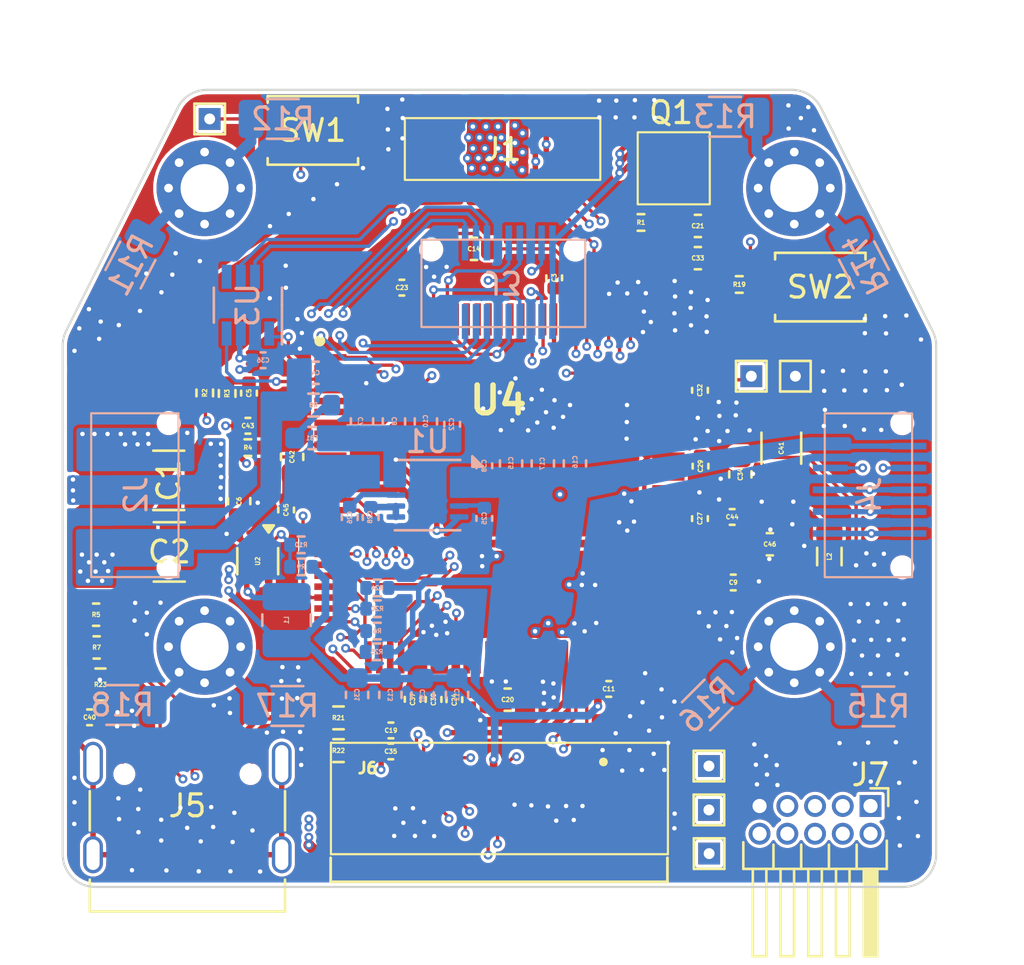
<source format=kicad_pcb>
(kicad_pcb (version 20241229) (generator "pcbnew") (generator_version "9.0")
  (layers (0 "F.Cu" jumper) (4 "In1.Cu" power) (6 "In2.Cu" signal) (8 "In3.Cu" signal) (10 "In4.Cu" power) (2 "B.Cu" power) (13 "F.Paste" user) (15 "B.Paste" user) (5 "F.SilkS" user "F.Silkscreen") (7 "B.SilkS" user "B.Silkscreen") (1 "F.Mask" user) (3 "B.Mask" user) (25 "Edge.Cuts" user))
  (net 0 "")
  (net 1 "VBUS")
  (net 2 "PGND")
  (net 3 "GND")
  (net 4 "+5V")
  (net 5 "+3V3")
  (net 6 "+3V3A")
  (net 7 "Net-(U4A-VDD_USB)")
  (net 8 "Net-(J5-SHIELD)")
  (net 9 "Net-(U4A-VDD_CORE_1)")
  (net 10 "Net-(U4A-VDD_SYS)")
  (net 11 "Net-(FB1-Pad1)")
  (net 12 "V_USB")
  (net 13 "Net-(J5-CC1)")
  (net 14 "Net-(J5-CC2)")
  (net 20 "Net-(U2-SW)")
  (net 21 "Net-(U4A-DCDC_LX)")
  (net 22 "/Power Architecture/FB")
  (net 67 "SPI_MISO")
  (net 68 "VBUS_VSNS")
  (net 69 "5V_FILT")
  (net 70 "BYP")
  (net 71 "VREG")
  (net 72 "REF")
  (net 73 "RESET")
  (net 74 "Chassis")
  (net 75 "CAN_N")
  (net 76 "BOOT0")
  (net 77 "UART_TX")
  (net 78 "CAN_P")
  (net 79 "UART_RX")
  (net 80 "ENC_A")
  (net 81 "+3V3_SW")
  (net 82 "PHB_H")
  (net 83 "PHB_L")
  (net 84 "PHC_L")
  (net 85 "ENC_B")
  (net 86 "PHA_L")
  (net 87 "PHA_H")
  (net 88 "SPI_SCK")
  (net 89 "PHC_H")
  (net 90 "SPI_MOSI")
  (net 91 "SPI_nCS")
  (net 92 "PHA_ISNS")
  (net 93 "PHC_ISNS")
  (net 94 "PHB_ISNS")
  (net 95 "THERM_A")
  (net 96 "THERM_B")
  (net 97 "USB0_DM")
  (net 98 "USB0_DP")
  (net 99 "DEBUG_SWCLK")
  (net 100 "DEBUG_RX")
  (net 101 "DEBUG_SWDIO")
  (net 102 "DEBUG_TX")
  (net 103 "DEBUG_SWO")
  (net 104 "SCOPE1")
  (net 105 "DEBUG0")
  (net 106 "DEBUG2")
  (net 107 "DEBUG1")
  (net 108 "SCOPE0")
  (net 109 "SCOPE2")
  (net 110 "DEBUG3")
  (net 111 "SW_3V3")
  (net 112 "CAN_RX")
  (net 113 "CAN_TX")
  (footprint "Capacitor_SMD:C_0402_1005Metric" (layer "F.Cu") (at 130.5 83.15)
    (property "Reference" "C40")
    (property "Value" "100n")
  )
  (footprint "Resistor_SMD:R_0402_1005Metric" (layer "F.Cu") (at 137.75 70.8 180)
    (property "Reference" "R4")
    (property "Value" "10k")
  )
  (footprint "Capacitor_SMD:C_0402_1005Metric" (layer "F.Cu") (at 154.275 81.85 180)
    (property "Reference" "C11")
    (property "Value" "100n")
  )
  (footprint "Capacitor_SMD:C_0402_1005Metric" (layer "F.Cu") (at 137.75 69.8)
    (property "Reference" "C43")
    (property "Value" "100n")
  )
  (footprint "Resistor_SMD:R_0402_1005Metric" (layer "F.Cu") (at 136.8 68.32 90)
    (property "Reference" "R3")
    (property "Value" "3.3k/0.1%")
  )
  (footprint "TestPoint:TestPoint_THTPad_1.0x1.0mm_Drill0.5mm" (layer "F.Cu") (at 160.8 67.53)
    (property "Reference" "TP6" (hide yes))
    (property "Value" "TestPoint_Alt")
  )
  (footprint "MCXN-rev-3-footprints:NetTie_ADCS" (layer "F.Cu") (at 136.458537 73.632674 -90)
    (property "Reference" "NT1" (hide yes))
    (property "Value" "NetTie" (hide yes))
  )
  (footprint "Capacitor_SMD:C_1210_3225Metric" (layer "F.Cu") (at 134.15 75.575)
    (property "Reference" "C2")
    (property "Value" "47u")
  )
  (footprint "Capacitor_SMD:C_0603_1608Metric" (layer "F.Cu") (at 161.65 75.225)
    (property "Reference" "C46")
    (property "Value" "4.7u")
  )
  (footprint "Capacitor_SMD:C_0402_1005Metric" (layer "F.Cu") (at 139.5 73.655 -90)
    (property "Reference" "C45")
    (property "Value" "100n")
  )
  (footprint "Capacitor_SMD:C_0603_1608Metric" (layer "F.Cu") (at 158.355 62.125 180)
    (property "Reference" "C33")
    (property "Value" "22u")
  )
  (footprint "Connector_PinHeader_1.27mm:PinHeader_2x05_P1.27mm_Horizontal" (layer "F.Cu") (at 166.26 87.21 -90)
    (property "Reference" "J7")
    (property "Value" "PROBE")
  )
  (footprint "Capacitor_SMD:C_0402_1005Metric" (layer "F.Cu") (at 137.8 68.305 -90)
    (property "Reference" "C5")
    (property "Value" "10p")
  )
  (footprint "Package_TO_SOT_SMD:SOT-563" (layer "F.Cu") (at 138.2 76 -90)
    (property "Reference" "U2")
    (property "Value" "TLV62569DRL")
  )
  (footprint "Capacitor_SMD:C_0402_1005Metric" (layer "F.Cu") (at 144.292935 84.710788)
    (property "Reference" "C35")
    (property "Value" "1u")
  )
  (footprint "MCXN-rev-3-footprints:TSON-Advance" (layer "F.Cu") (at 157.25 58.01)
    (property "Reference" "Q1")
    (property "Value" "TPN4R712MD,L1Q")
  )
  (footprint "Capacitor_SMD:C_0402_1005Metric" (layer "F.Cu") (at 144.8 63.475)
    (property "Reference" "C23")
    (property "Value" "100n")
  )
  (footprint "oresat-ics:MCXN947KVLT-QFP50P1600X1600X160-101N" (layer "F.Cu") (at 149.266728 72.666648)
    (property "Reference" "U4")
    (property "Value" "MCXN947VKLT" (hide yes))
  )
  (footprint "Capacitor_SMD:C_0402_1005Metric" (layer "F.Cu") (at 144.3 83.75 180)
    (property "Reference" "C19")
    (property "Value" "100n")
  )
  (footprint "TestPoint:TestPoint_THTPad_1.0x1.0mm_Drill0.5mm" (layer "F.Cu") (at 162.82 67.53)
    (property "Reference" "TP2" (hide yes))
    (property "Value" "TestPoint_Alt")
  )
  (footprint "Capacitor_SMD:C_0402_1005Metric" (layer "F.Cu") (at 158.45 74.05 -90)
    (property "Reference" "C27")
    (property "Value" "100n")
  )
  (footprint "Capacitor_SMD:C_0603_1608Metric" (layer "F.Cu") (at 137.35 73.25 90)
    (property "Reference" "C6")
    (property "Value" "10u")
  )
  (footprint "Capacitor_SMD:C_0402_1005Metric" (layer "F.Cu") (at 158.475 71.65 90)
    (property "Reference" "C29")
    (property "Value" "100n")
  )
  (footprint "MCXN-rev-3-footprints:0555600307" (layer "F.Cu") (at 149.411326 57.126972)
    (property "Reference" "J1")
    (property "Value" "ADCS Mezz" (hide yes))
  )
  (footprint "Resistor_SMD:R_0402_1005Metric" (layer "F.Cu") (at 155.75 60.49)
    (property "Reference" "R1")
    (property "Value" "100k/1%")
  )
  (footprint "Resistor_SMD:R_0805_2012Metric" (layer "F.Cu") (at 131 81.65 180)
    (property "Reference" "R23")
    (property "Value" "1M")
  )
  (footprint "Capacitor_SMD:C_0603_1608Metric" (layer "F.Cu") (at 130.8 78.45)
    (property "Reference" "R5")
    (property "Value" "5.11k")
  )
  (footprint "Resistor_SMD:R_0603_1608Metric" (layer "F.Cu") (at 141.9 84.675)
    (property "Reference" "R22")
    (property "Value" "33k/1%")
  )
  (footprint "Resistor_SMD:R_0402_1005Metric" (layer "F.Cu") (at 160.25 63.33)
    (property "Reference" "R19")
    (property "Value" "10k")
  )
  (footprint "Capacitor_SMD:C_0402_1005Metric" (layer "F.Cu") (at 159.925 73.975 180)
    (property "Reference" "C44")
    (property "Value" "100n")
  )
  (footprint "Capacitor_SMD:C_0603_1608Metric" (layer "F.Cu") (at 160.3 72.025 90)
    (property "Reference" "C34")
    (property "Value" "10u")
  )
  (footprint "Capacitor_SMD:C_0603_1608Metric" (layer "F.Cu") (at 149.645337 82.34202)
    (property "Reference" "C20")
    (property "Value" "4.7u")
  )
  (footprint "Capacitor_SMD:C_0603_1608Metric" (layer "F.Cu") (at 130.825 79.95)
    (property "Reference" "R7")
    (property "Value" "5.11k")
  )
  (footprint "Connector_USB:USB_C_Receptacle_Palconn_UTC16-G" (layer "F.Cu") (at 134.98 87.2)
    (property "Reference" "J5")
    (property "Value" "USB-C")
  )
  (footprint "Capacitor_SMD:C_1206_3216Metric" (layer "F.Cu") (at 162.175 70.825 90)
    (property "Reference" "C41")
    (property "Value" "6.8u")
  )
  (footprint "Capacitor_SMD:C_0402_1005Metric" (layer "F.Cu") (at 159.975 76.975 180)
    (property "Reference" "C9")
    (property "Value" "100n")
  )
  (footprint "Capacitor_SMD:C_1210_3225Metric" (layer "F.Cu") (at 134.125 72.3)
    (property "Reference" "C1")
    (property "Value" "47u")
  )
  (footprint "Capacitor_SMD:C_0603_1608Metric" (layer "F.Cu") (at 139.775 71.225 90)
    (property "Reference" "C42")
    (property "Value" "10u")
  )
  (footprint "Button_Switch_SMD:SW_Push_SPST_NO_Alps_SKRK" (layer "F.Cu") (at 163.96 63.45 180)
    (property "Reference" "SW2")
    (property "Value" "BOOT0")
  )
  (footprint "Capacitor_SMD:C_0603_1608Metric" (layer "F.Cu") (at 148.1 61.7)
    (property "Reference" "C14")
    (property "Value" "4.7u")
  )
  (footprint "Capacitor_SMD:C_0402_1005Metric" (layer "F.Cu") (at 151.775 63.025 -90)
    (property "Reference" "C3")
    (property "Value" "100n")
  )
  (footprint "Button_Switch_SMD:SW_Push_SPST_NO_Alps_SKRK" (layer "F.Cu") (at 140.725 56.275)
    (property "Reference" "SW1")
    (property "Value" "RESET")
  )
  (footprint "Resistor_SMD:R_0603_1608Metric" (layer "F.Cu") (at 141.9 83.175 180)
    (property "Reference" "R21")
    (property "Value" "17.8k/1%")
  )
  (footprint "MCXN-rev-3-footprints:top-board-def-rev7.1" (layer "F.Cu") (at 149.266726 69.193647)
    (property "Reference" "H1" (hide yes))
    (property "Value" "Board_Def" (hide yes))
    (fp_line (start -19.999997 -3.064164) (end -19.999992 20.223002) (stroke (width 0.1)) (layer "Edge.Cuts"))
    (fp_line (start -18.499992 21.723002) (end 18.500002 21.722989) (stroke (width 0.1)) (layer "Edge.Cuts"))
    (fp_line (start -14.735221 -13.94782) (end -19.841638 -3.734985) (stroke (width 0.1)) (layer "Edge.Cuts"))
    (fp_line (start 13.38623 -14.777) (end -13.39358 -14.776999) (stroke (width 0.1)) (layer "Edge.Cuts"))
    (fp_line (start 19.841641 -3.720279) (end 14.727871 -13.94782) (stroke (width 0.1)) (layer "Edge.Cuts"))
    (fp_line (start 20.000001 20.222989) (end 20 -3.049458) (stroke (width 0.1)) (layer "Edge.Cuts"))
    (fp_arc (start -19.999997 -3.064164) (mid -19.95987 -3.408794) (end -19.841638 -3.734985) (stroke (width 0.1)) (layer "Edge.Cuts"))
    (fp_arc (start -18.499992 21.723002) (mid -19.560647 21.283657) (end -19.999992 20.223002) (stroke (width 0.1)) (layer "Edge.Cuts"))
    (fp_arc (start -14.735221 -13.94782) (mid -14.182176 -14.552975) (end -13.39358 -14.776999) (stroke (width 0.1)) (layer "Edge.Cuts"))
    (fp_arc (start 13.38623 -14.777) (mid 14.174827 -14.552977) (end 14.727871 -13.94782) (stroke (width 0.1)) (layer "Edge.Cuts"))
    (fp_arc (start 19.841641 -3.720279) (mid 19.959875 -3.394088) (end 20 -3.049458) (stroke (width 0.1)) (layer "Edge.Cuts"))
    (fp_arc (start 20.000001 20.222989) (mid 19.560667 21.283653) (end 18.500002 21.722989) (stroke (width 0.1)) (layer "Edge.Cuts"))
  )
  (footprint "Capacitor_SMD:C_0402_1005Metric" (layer "F.Cu") (at 145.295337 82.324474 -90)
    (property "Reference" "C37")
    (property "Value" "100n")
  )
  (footprint "Capacitor_SMD:C_0402_1005Metric" (layer "F.Cu") (at 146.25 82.33 -90)
    (property "Reference" "C39")
    (property "Value" "100n")
  )
  (footprint "Inductor_SMD:L_0805_2012Metric" (layer "F.Cu") (at 164.375 75.7875 -90)
    (property "Reference" "L2")
    (property "Value" "1.5u")
  )
  (footprint "Capacitor_SMD:C_0603_1608Metric" (layer "F.Cu") (at 158.355 60.65 180)
    (property "Reference" "C21")
    (property "Value" "22u")
  )
  (footprint "TestPoint:TestPoint_THTPad_1.0x1.0mm_Drill0.5mm" (layer "F.Cu") (at 158.87 89.39)
    (property "Reference" "TP4" (hide yes))
    (property "Value" "TestPoint_Alt")
  )
  (footprint "Resistor_SMD:R_0402_1005Metric" (layer "F.Cu") (at 135.775 68.295 -90)
    (property "Reference" "R2")
    (property "Value" "5.1k/0.1%")
  )
  (footprint "MCXN-rev-3-footprints:J-TE_2-1734592-0" (layer "F.Cu") (at 149.25 87.782 180)
    (property "Reference" "J6")
    (property "Value" "Debug")
  )
  (footprint "TestPoint:TestPoint_THTPad_1.0x1.0mm_Drill0.5mm" (layer "F.Cu") (at 158.86 87.39 180)
    (property "Reference" "TP1" (hide yes))
    (property "Value" "TestPoint_Alt")
  )
  (footprint "TestPoint:TestPoint_THTPad_1.0x1.0mm_Drill0.5mm" (layer "F.Cu") (at 158.86 85.38 180)
    (property "Reference" "TP3" (hide yes))
    (property "Value" "TestPoint_Alt")
  )
  (footprint "Capacitor_SMD:C_0402_1005Metric" (layer "F.Cu") (at 147.203555 82.34202 -90)
    (property "Reference" "C24")
    (property "Value" "100n")
  )
  (footprint "TestPoint:TestPoint_THTPad_1.0x1.0mm_Drill0.5mm" (layer "F.Cu") (at 136 55.75)
    (property "Reference" "TP5" (hide yes))
    (property "Value" "TestPoint_Alt")
  )
  (footprint "Capacitor_SMD:C_0402_1005Metric" (layer "F.Cu") (at 158.45 68.175 90)
    (property "Reference" "C32")
    (property "Value" "100n")
  )
  (footprint "Capacitor_SMD:C_0402_1005Metric" (layer "B.Cu") (at 143.3725 74.0025 -90)
    (property "Reference" "C28")
    (property "Value" "1u")
  )
  (footprint "MCXN-rev-3-footprints:10132798-021100LF" (layer "B.Cu") (at 132.624261 72.977339 -90)
    (property "Reference" "J2")
    (property "Value" "Power Mezz" (hide yes))
  )
  (footprint "Resistor_SMD:R_1206_3216Metric" (layer "B.Cu") (at 158.784144 82.585856 -135)
    (property "Reference" "R16")
    (property "Value" "THJP1206ABT1")
  )
  (footprint "Capacitor_SMD:C_0603_1608Metric" (layer "B.Cu") (at 142.975 69.6 90)
    (property "Reference" "C7")
    (property "Value" "10u")
  )
  (footprint "Package_DFN_QFN:DFN-10-1EP_3x3mm_P0.5mm_EP1.65x2.38mm" (layer "B.Cu") (at 145.975 72.975 180)
    (property "Reference" "U1")
    (property "Value" "ADP7156ACPZ")
  )
  (footprint "Capacitor_SMD:C_0402_1005Metric" (layer "B.Cu") (at 148.575 71.63 -90)
    (property "Reference" "C38")
    (property "Value" "100n")
  )
  (footprint "Resistor_SMD:R_0402_1005Metric" (layer "B.Cu") (at 143.675 78.175)
    (property "Reference" "R20")
    (property "Value" "10k")
  )
  (footprint "Capacitor_SMD:C_0402_1005Metric" (layer "B.Cu") (at 142.4125 74.0025 -90)
    (property "Reference" "C26")
    (property "Value" "1u")
  )
  (footprint "Capacitor_SMD:C_0402_1005Metric" (layer "B.Cu") (at 147.1025 69.73 90)
    (property "Reference" "C22")
    (property "Value" "100n")
  )
  (footprint "Resistor_SMD:R_1206_3216Metric" (layer "B.Cu") (at 132 82.585 180)
    (property "Reference" "R18")
    (property "Value" "THJP1206ABT1")
  )
  (footprint "Resistor_SMD:R_0603_1608Metric" (layer "B.Cu") (at 140.75 68.8525)
    (property "Reference" "R8")
    (property "Value" "2.2")
  )
  (footprint "Capacitor_SMD:C_0603_1608Metric" (layer "B.Cu") (at 149.8 71.525 -90)
    (property "Reference" "C15")
    (property "Value" "22u")
  )
  (footprint "MCXN-rev-3-footprints:10132798-021100LF" (layer "B.Cu") (at 166.213669 72.981893 -90)
    (property "Reference" "J4")
    (property "Value" "Analog Mezz" (hide yes))
  )
  (footprint "Resistor_SMD:R_1206_3216Metric" (layer "B.Cu") (at 139.35 55.75)
    (property "Reference" "R12")
    (property "Value" "THJP1206ABT1")
  )
  (footprint "Capacitor_SMD:C_0603_1608Metric" (layer "B.Cu") (at 144.275 82.125 90)
    (property "Reference" "C13")
    (property "Value" "22u")
  )
  (footprint "MCXN-rev-3-footprints:SOT-23-8-Fixed" (layer "B.Cu") (at 137.75 64.275 90)
    (property "Reference" "U3")
    (property "Value" "TCAN330")
  )
  (footprint "Inductor_SMD:L_1008_2520Metric" (layer "B.Cu") (at 139.52 78.7 -90)
    (property "Reference" "L1")
    (property "Value" "2.2u")
  )
  (footprint "Capacitor_SMD:C_0603_1608Metric" (layer "B.Cu") (at 145.9 69.6 90)
    (property "Reference" "C10")
    (property "Value" "10u")
  )
  (footprint "Resistor_SMD:R_0402_1005Metric" (layer "B.Cu") (at 143.675 79.2)
    (property "Reference" "R6")
    (property "Value" "10k")
  )
  (footprint "Resistor_SMD:R_0402_1005Metric" (layer "B.Cu") (at 140.19 75.25 180)
    (property "Reference" "R10")
    (property "Value" "100k/1%")
  )
  (footprint "Inductor_SMD:L_0603_1608Metric" (layer "B.Cu") (at 140.685 70.3625)
    (property "Reference" "FB1")
    (property "Value" "MPZ1608B471ATA00")
  )
  (footprint "MCXN-rev-3-footprints:10132798-021100LF" (layer "B.Cu") (at 149.446063 63.228081)
    (property "Reference" "J3")
    (property "Value" "Phase Mezz" (hide yes))
  )
  (footprint "Capacitor_SMD:C_0603_1608Metric" (layer "B.Cu") (at 151.255 71.525 -90)
    (property "Reference" "C17")
    (property "Value" "22u")
  )
  (footprint "Resistor_SMD:R_0402_1005Metric" (layer "B.Cu") (at 143.675 77.225 180)
    (property "Reference" "R24")
    (property "Value" "10k/NTC")
  )
  (footprint "Capacitor_SMD:C_0603_1608Metric" (layer "B.Cu") (at 142.75 82.125 90)
    (property "Reference" "C31")
    (property "Value" "22u")
  )
  (footprint "Resistor_SMD:R_1206_3216Metric" (layer "B.Cu") (at 132.37 62.44 -117.5)
    (property "Reference" "R11")
    (property "Value" "THJP1206ABT1")
  )
  (footprint "Resistor_SMD:R_0402_1005Metric" (layer "B.Cu") (at 140.19 76.26)
    (property "Reference" "R9")
    (property "Value" "442k/1%")
  )
  (footprint "Capacitor_SMD:C_0603_1608Metric" (layer "B.Cu") (at 147.325 82.125 90)
    (property "Reference" "C12")
    (property "Value" "22u")
  )
  (footprint "Capacitor_SMD:C_0603_1608Metric" (layer "B.Cu") (at 144.4375 69.6 90)
    (property "Reference" "C8")
    (property "Value" "10u")
  )
  (footprint "Capacitor_SMD:C_0603_1608Metric" (layer "B.Cu") (at 145.75 82.15 90)
    (property "Reference" "C30")
    (property "Value" "22u")
  )
  (footprint "Capacitor_SMD:C_0402_1005Metric" (layer "B.Cu") (at 138.445 66.8)
    (property "Reference" "C36")
    (property "Value" "100n")
  )
  (footprint "Capacitor_SMD:C_0402_1005Metric" (layer "B.Cu") (at 148.575 74.04 -90)
    (property "Reference" "C25")
    (property "Value" "1u")
  )
  (footprint "Resistor_SMD:R_1206_3216Metric" (layer "B.Cu") (at 165.96 62.43 -62.5)
    (property "Reference" "R14")
    (property "Value" "THJP1206ABT1")
  )
  (footprint "Resistor_SMD:R_1206_3216Metric" (layer "B.Cu") (at 159.5975 55.65 180)
    (property "Reference" "R13")
    (property "Value" "THJP1206ABT1")
  )
  (footprint "Resistor_SMD:R_1206_3216Metric" (layer "B.Cu") (at 139.56 82.63)
    (property "Reference" "R17")
    (property "Value" "THJP1206ABT1")
  )
  (footprint "Capacitor_SMD:C_0603_1608Metric" (layer "B.Cu") (at 140.85 67.375)
    (property "Reference" "C4")
    (property "Value" "10u")
  )
  (footprint "Capacitor_SMD:C_0603_1608Metric" (layer "B.Cu") (at 152.725 71.525 -90)
    (property "Reference" "C16")
    (property "Value" "22u")
  )
  (footprint "Resistor_SMD:R_1206_3216Metric" (layer "B.Cu") (at 166.62 82.65)
    (property "Reference" "R15")
    (property "Value" "THJP1206ABT1")
  )
  (footprint "Resistor_SMD:R_0402_1005Metric" (layer "B.Cu") (at 143.65 80.15 180)
    (property "Reference" "R25")
    (property "Value" "10k/NTC")
  )
  (via (at 131.925 70.175) (size 0.4064) (drill 0.2032) (layers "F.Cu" "B.Cu") (net 1))
  (via (at 130.175 70.175) (size 0.4064) (drill 0.2032) (layers "F.Cu" "B.Cu") (net 1))
  (via (at 132.7 70.65) (size 0.4064) (drill 0.2032) (layers "F.Cu" "B.Cu") (net 1))
  (via (at 133.2 70.625) (size 0.4064) (drill 0.2032) (layers "F.Cu" "B.Cu") (net 1))
  (via (at 132.55 70.15) (size 0.4064) (drill 0.2032) (layers "F.Cu" "B.Cu") (net 1))
  (via (at 132.125 70.65) (size 0.4064) (drill 0.2032) (layers "F.Cu" "B.Cu") (net 1))
  (via (at 130.725 70.175) (size 0.4064) (drill 0.2032) (layers "F.Cu" "B.Cu") (net 1))
  (via (at 131.325 70.175) (size 0.4064) (drill 0.2032) (layers "F.Cu" "B.Cu") (net 1))
  (via (at 133.175 70.175) (size 0.4064) (drill 0.2032) (layers "F.Cu" "B.Cu") (net 1))
  (via (at 134.975 70.125) (size 0.4064) (drill 0.2032) (layers "F.Cu" "B.Cu") (net 1))
  (segment (start 135.69 72.39) (end 135.6 72.3) (width 0.1524) (layer "F.Cu") (net 2))
  (segment (start 136.4 73.6) (end 135.6 72.8) (width 0.25) (layer "F.Cu") (net 2))
  (segment (start 135.6 72.8) (end 135.6 72.3) (width 0.25) (layer "F.Cu") (net 2))
  (via (at 148.05 57.1) (size 0.4064) (drill 0.2032) (layers "F.Cu" "B.Cu") (net 2))
  (via (at 148.55 58) (size 0.4064) (drill 0.2032) (layers "F.Cu" "B.Cu") (net 2))
  (via (at 136.525 70.625) (size 0.4064) (drill 0.2032) (layers "F.Cu" "B.Cu") (net 2))
  (via (at 136.05 70.625) (size 0.4064) (drill 0.2032) (layers "F.Cu" "B.Cu") (net 2))
  (via (at 148.65 56.1) (size 0.4064) (drill 0.2032) (layers "F.Cu" "B.Cu") (net 2))
  (via (at 136.5 72.625) (size 0.4064) (drill 0.2032) (layers "F.Cu" "B.Cu") (net 2))
  (via (at 149.35 56.6) (size 0.4064) (drill 0.2032) (layers "F.Cu" "B.Cu") (net 2))
  (via (at 129.75 73.22) (size 0.4064) (drill 0.2032) (layers "F.Cu" "B.Cu") (net 2))
  (via (at 136.5 71.125) (size 0.4064) (drill 0.2032) (layers "F.Cu" "B.Cu") (net 2))
  (via (at 148 58) (size 0.4064) (drill 0.2032) (layers "F.Cu" "B.Cu") (net 2))
  (via (at 148.35 56.6) (size 0.4064) (drill 0.2032) (layers "F.Cu" "B.Cu") (net 2))
  (via (at 148.8 57.55) (size 0.4064) (drill 0.2032) (layers "F.Cu" "B.Cu") (net 2))
  (via (at 148.3 57.55) (size 0.4064) (drill 0.2032) (layers "F.Cu" "B.Cu") (net 2))
  (via (at 136.525 72.15) (size 0.4064) (drill 0.2032) (layers "F.Cu" "B.Cu") (net 2))
  (via (at 148.05 56.1) (size 0.4064) (drill 0.2032) (layers "F.Cu" "B.Cu") (net 2))
  (via (at 129.74 72.76) (size 0.4064) (drill 0.2032) (layers "F.Cu" "B.Cu") (net 2))
  (via (at 148.85 56.6) (size 0.4064) (drill 0.2032) (layers "F.Cu" "B.Cu") (net 2))
  (via (at 149.15 58.05) (size 0.4064) (drill 0.2032) (layers "F.Cu" "B.Cu") (net 2))
  (via (at 136.5 71.625) (size 0.4064) (drill 0.2032) (layers "F.Cu" "B.Cu") (net 2))
  (via (at 129.74 72.26) (size 0.4064) (drill 0.2032) (layers "F.Cu" "B.Cu") (net 2))
  (via (at 147.85 56.6) (size 0.4064) (drill 0.2032) (layers "F.Cu" "B.Cu") (net 2))
  (via (at 149.2 57.1) (size 0.4064) (drill 0.2032) (layers "F.Cu" "B.Cu") (net 2))
  (via (at 148.6 57.1) (size 0.4064) (drill 0.2032) (layers "F.Cu" "B.Cu") (net 2))
  (via (at 149.2 56.1) (size 0.4064) (drill 0.2032) (layers "F.Cu" "B.Cu") (net 2))
  (via (at 136.5 73.15) (size 0.4064) (drill 0.2032) (layers "F.Cu" "B.Cu") (net 2))
  (via (at 147.8 57.55) (size 0.4064) (drill 0.2032) (layers "F.Cu" "B.Cu") (net 2))
  (via (at 149.35 57.55) (size 0.4064) (drill 0.2032) (layers "F.Cu" "B.Cu") (net 2))
  (segment (start 136.4 74.1) (end 135.625 74.875) (width 0.25) (layer "F.Cu") (net 3))
  (segment (start 135.625 74.875) (end 135.625 75.575) (width 0.25) (layer "F.Cu") (net 3))
  (segment (start 135.69 75.51) (end 135.625 75.575) (width 0.1524) (layer "F.Cu") (net 3))
  (via (at 134.44 61.9) (size 0.4064) (drill 0.2032) (layers "F.Cu" "B.Cu") (net 3))
  (via (at 165.6 76.19) (size 0.4064) (drill 0.2032) (layers "F.Cu" "B.Cu") (net 3))
  (via (at 161.9982 86.25) (size 0.4064) (drill 0.2032) (layers "F.Cu" "B.Cu") (net 3))
  (via (at 154.29 63.76) (size 0.4064) (drill 0.2032) (layers "F.Cu" "B.Cu") (net 3))
  (via (at 144.14 55.29) (size 0.4064) (drill 0.2032) (layers "F.Cu" "B.Cu") (net 3))
  (via (at 158.8 70.04) (size 0.4064) (drill 0.2032) (layers "F.Cu" "B.Cu") (net 3))
  (via (at 162.51 56.19) (size 0.4064) (drill 0.2032) (layers "F.Cu" "B.Cu") (net 3))
  (via (at 136.95 90.2) (size 0.4064) (drill 0.2032) (layers "F.Cu" "B.Cu") (net 3))
  (via (at 164.84 84.33) (size 0.4064) (drill 0.2032) (layers "F.Cu" "B.Cu") (net 3))
  (via (at 151.4 69.18) (size 0.4064) (drill 0.2032) (layers "F.Cu" "B.Cu") (net 3))
  (via (at 163.67 56.27) (size 0.4064) (drill 0.2032) (layers "F.Cu" "B.Cu") (net 3))
  (via (at 152.7 78.85) (size 0.4064) (drill 0.2032) (layers "F.Cu" "B.Cu") (net 3))
  (via (at 140.75 59.42) (size 0.4064) (drill 0.2032) (layers "F.Cu" "B.Cu") (net 3))
  (via (at 156.82 85.56) (size 0.4064) (drill 0.2032) (layers "F.Cu" "B.Cu") (net 3))
  (via (at 154.59 55.68) (size 0.4064) (drill 0.2032) (layers "F.Cu" "B.Cu") (net 3))
  (via (at 167.9 64.75) (size 0.4064) (drill 0.2032) (layers "F.Cu" "B.Cu") (net 3))
  (via (at 139.48 62.47) (size 0.4064) (drill 0.2032) (layers "F.Cu" "B.Cu") (net 3))
  (via (at 157.28 64.65) (size 0.4064) (drill 0.2032) (layers "F.Cu" "B.Cu") (net 3))
  (via (at 138.76 60.66) (size 0.4064) (drill 0.2032) (layers "F.Cu" "B.Cu") (net 3))
  (via (at 149.96 87.15) (size 0.4064) (drill 0.2032) (layers "F.Cu" "B.Cu") (net 3))
  (via (at 146.375 79.375) (size 0.4064) (drill 0.2032) (layers "F.Cu" "B.Cu") (net 3))
  (via (at 155.79 85.56) (size 0.4064) (drill 0.2032) (layers "F.Cu" "B.Cu") (net 3))
  (via (at 130.97 81.43) (size 0.4064) (drill 0.2032) (layers "F.Cu" "B.Cu") (net 3))
  (via (at 131.84 65.19) (size 0.4064) (drill 0.2032) (layers "F.Cu" "B.Cu") (net 3))
  (via (at 132.59 77.91) (size 0.4064) (drill 0.2032) (layers "F.Cu" "B.Cu") (net 3))
  (via (at 166 65.56) (size 0.4064) (drill 0.2032) (layers "F.Cu" "B.Cu") (net 3))
  (via (at 167.57 86.15) (size 0.4064) (drill 0.2032) (layers "F.Cu" "B.Cu") (net 3))
  (via (at 153.99 84.65) (size 0.4064) (drill 0.2032) (layers "F.Cu" "B.Cu") (net 3))
  (via (at 166.95 77.95) (size 0.4064) (drill 0.2032) (layers "F.Cu" "B.Cu") (net 3))
  (via (at 132.44 82.85) (size 0.4064) (drill 0.2032) (layers "F.Cu" "B.Cu") (net 3))
  (via (at 158.85 78.98) (size 0.4064) (drill 0.2032) (layers "F.Cu" "B.Cu") (net 3))
  (via (at 134.66 87.29) (size 0.4064) (drill 0.2032) (layers "F.Cu" "B.Cu") (net 3))
  (via (at 145.31 87.31) (size 0.4064) (drill 0.2032) (layers "F.Cu" "B.Cu") (net 3))
  (via (at 129.81 87.04) (size 0.4064) (drill 0.2032) (layers "F.Cu" "B.Cu") (net 3))
  (via (at 155.12 63.74) (size 0.4064) (drill 0.2032) (layers "F.Cu" "B.Cu") (net 3))
  (via (at 140.19 84.6) (size 0.4064) (drill 0.2032) (layers "F.Cu" "B.Cu") (net 3))
  (via (at 144.82 54.86) (size 0.4064) (drill 0.2032) (layers "F.Cu" "B.Cu") (net 3))
  (via (at 159.33 70.5) (size 0.4064) (drill 0.2032) (layers "F.Cu" "B.Cu") (net 3))
  (via (at 144.16 56.23) (size 0.4064) (drill 0.2032) (layers "F.Cu" "B.Cu") (net 3))
  (via (at 151.79 68.63) (size 0.4064) (drill 0.2032) (layers "F.Cu" "B.Cu") (net 3))
  (via (at 159.31 68.71) (size 0.4064) (drill 0.2032) (layers "F.Cu" "B.Cu") (net 3))
  (via (at 159.66 78.97) (size 0.4064) (drill 0.2032) (layers "F.Cu" "B.Cu") (net 3))
  (via (at 166.02 68.19) (size 0.4064) (drill 0.2032) (layers "F.Cu" "B.Cu") (net 3))
  (via (at 149.14 75.77) (size 0.4064) (drill 0.2032) (layers "F.Cu" "B.Cu") (net 3))
  (via (at 153.84 55.68) (size 0.4064) (drill 0.2032) (layers "F.Cu" "B.Cu") (net 3))
  (via (at 168.43 88.59) (size 0.4064) (drill 0.2032) (layers "F.Cu" "B.Cu") (net 3))
  (via (at 162.725 73.275) (size 0.4064) (drill 0.2032) (layers "F.Cu" "B.Cu") (net 3))
  (via (at 152.04 72.94) (size 0.4064) (drill 0.2032) (layers "F.Cu" "B.Cu") (net 3))
  (via (at 165.87 80.32) (size 0.4064) (drill 0.2032) (layers "F.Cu" "B.Cu") (net 3))
  (via (at 134.97 88.21) (size 0.4064) (drill 0.2032) (layers "F.Cu" "B.Cu") (net 3))
  (via (at 167.6 89.02) (size 0.4064) (drill 0.2032) (layers "F.Cu" "B.Cu") (net 3))
  (via (at 159.34 69.35) (size 0.4064) (drill 0.2032) (layers "F.Cu" "B.Cu") (net 3))
  (via (at 150.73 87.18) (size 0.4064) (drill 0.2032) (layers "F.Cu" "B.Cu") (net 3))
  (via (at 167.53 78.72) (size 0.4064) (drill 0.2032) (layers "F.Cu" "B.Cu") (net 3))
  (via (at 148.39 83.28) (size 0.4064) (drill 0.2032) (layers "F.Cu" "B.Cu") (net 3))
  (via (at 155.1 69.63) (size 0.4064) (drill 0.2032) (layers "F.Cu" "B.Cu") (net 3))
  (via (at 150.9 79.21) (size 0.4064) (drill 0.2032) (layers "F.Cu" "B.Cu") (net 3))
  (via (at 166.02 67.31) (size 0.4064) (drill 0.2032) (layers "F.Cu" "B.Cu") (net 3))
  (via (at 150.34 69.01) (size 0.4064) (drill 0.2032) (layers "F.Cu" "B.Cu") (net 3))
  (via (at 156.71 83.15) (size 0.4064) (drill 0.2032) (layers "F.Cu" "B.Cu") (net 3))
  (via (at 164.14 68.2) (size 0.4064) (drill 0.2032) (layers "F.Cu" "B.Cu") (net 3))
  (via (at 133.75 77.9) (size 0.4064) (drill 0.2032) (layers "F.Cu" "B.Cu") (net 3))
  (via (at 159.93 80.18) (size 0.4064) (drill 0.2032) (layers "F.Cu" "B.Cu") (net 3))
  (via (at 161.275 73.275) (size 0.4064) (drill 0.2032) (layers "F.Cu" "B.Cu") (net 3))
  (via (at 155.25 83.1) (size 0.4064) (drill 0.2032) (layers "F.Cu" "B.Cu") (net 3))
  (via (at 133.78 88.79) (size 0.4064) (drill 0.2032) (layers "F.Cu" "B.Cu") (net 3))
  (via (at 138.75 63.96) (size 0.4064) (drill 0.2032) (layers "F.Cu" "B.Cu") (net 3))
  (via (at 146.28 88.59) (size 0.4064) (drill 0.2032) (layers "F.Cu" "B.Cu") (net 3))
  (via (at 163.07 55.71) (size 0.4064) (drill 0.2032) (layers "F.Cu" "B.Cu") (net 3))
  (via (at 153.07 87.21) (size 0.4064) (drill 0.2032) (layers "F.Cu" "B.Cu") (net 3))
  (via (at 161.625 75.9) (size 0.4064) (drill 0.2032) (layers "F.Cu" "B.Cu") (net 3))
  (via (at 157.31 63.88) (size 0.4064) (drill 0.2032) (layers "F.Cu" "B.Cu") (net 3))
  (via (at 139.33 80.85) (size 0.4064) (drill 0.2032) (layers "F.Cu" "B.Cu") (net 3))
  (via (at 155.43 74.19) (size 0.4064) (drill 0.2032) (layers "F.Cu" "B.Cu") (net 3))
  (via (at 156.37 55.69) (size 0.4064) (drill 0.2032) (layers "F.Cu" "B.Cu") (net 3))
  (via (at 133.78 87.84) (size 0.4064) (drill 0.2032) (layers "F.Cu" "B.Cu") (net 3))
  (via (at 160.875 72) (size 0.4064) (drill 0.2032) (layers "F.Cu" "B.Cu") (net 3))
  (via (at 167.69 67.92) (size 0.4064) (drill 0.2032) (layers "F.Cu" "B.Cu") (net 3))
  (via (at 151.21 68.15) (size 0.4064) (drill 0.2032) (layers "F.Cu" "B.Cu") (net 3))
  (via (at 161.964671 85.335329) (size 0.4064) (drill 0.2032) (layers "F.Cu" "B.Cu") (net 3))
  (via (at 153.17 79.21) (size 0.4064) (drill 0.2032) (layers "F.Cu" "B.Cu") (net 3))
  (via (at 158.02 64.4) (size 0.4064) (drill 0.2032) (layers "F.Cu" "B.Cu") (net 3))
  (via (at 155.94 81.13) (size 0.4064) (drill 0.2032) (layers "F.Cu" "B.Cu") (net 3))
  (via (at 140.22 65.55) (size 0.4064) (drill 0.2032) (layers "F.Cu" "B.Cu") (net 3))
  (via (at 148.48 76.23) (size 0.4064) (drill 0.2032) (layers "F.Cu" "B.Cu") (net 3))
  (via (at 156.12 83.76) (size 0.4064) (drill 0.2032) (layers "F.Cu" "B.Cu") (net 3))
  (via (at 154.75 74.22) (size 0.4064) (drill 0.2032) (layers "F.Cu" "B.Cu") (net 3))
  (via (at 155.82 82.46) (size 0.4064) (drill 0.2032) (layers "F.Cu" "B.Cu") (net 3))
  (via (at 166.93 64.78) (size 0.4064) (drill 0.2032) (layers "F.Cu" "B.Cu") (net 3))
  (via (at 166.27 86.09) (size 0.4064) (drill 0.2032) (layers "F.Cu" "B.Cu") (net 3))
  (via (at 133.12 79.35) (size 0.4064) (drill 0.2032) (layers "F.Cu" "B.Cu") (net 3))
  (via (at 154.68 63.24) (size 0.4064) (drill 0.2032) (layers "F.Cu" "B.Cu") (net 3))
  (via (at 168.57 65.85) (size 0.4064) (drill 0.2032) (layers "F.Cu" "B.Cu") (net 3))
  (via (at 167.42 84.29) (size 0.4064) (drill 0.2032) (layers "F.Cu" "B.Cu") (net 3))
  (via (at 146.875 79.3) (size 0.4064) (drill 0.2032) (layers "F.Cu" "B.Cu") (net 3))
  (via (at 166.97 65.57) (size 0.4064) (drill 0.2032) (layers "F.Cu" "B.Cu") (net 3))
  (via (at 131.01 65.03) (size 0.4064) (drill 0.2032) (layers "F.Cu" "B.Cu") (net 3))
  (via (at 149.28 68.27) (size 0.4064) (drill 0.2032) (layers "F.Cu" "B.Cu") (net 3))
  (via (at 167.78 79.58) (size 0.4064) (drill 0.2032) (layers "F.Cu" "B.Cu") (net 3))
  (via (at 166.6 80.32) (size 0.4064) (drill 0.2032) (layers "F.Cu" "B.Cu") (net 3))
  (via (at 160.15 79.52) (size 0.4064) (drill 0.2032) (layers "F.Cu" "B.Cu") (net 3))
  (via (at 153.83 54.91) (size 0.4064) (drill 0.2032) (layers "F.Cu" "B.Cu") (net 3))
  (via (at 168.36 87.02) (size 0.4064) (drill 0.2032) (layers "F.Cu" "B.Cu") (net 3))
  (via (at 131.76 83.56) (size 0.4064) (drill 0.2032) (layers "F.Cu" "B.Cu") (net 3))
  (via (at 158.41 78.35) (size 0.4064) (drill 0.2032) (layers "F.Cu" "B.Cu") (net 3))
  (via (at 163.41 55.21) (size 0.4064) (drill 0.2032) (layers "F.Cu" "B.Cu") (net 3))
  (via (at 138.62 83.85) (size 0.4064) (drill 0.2032) (layers "F.Cu" "B.Cu") (net 3))
  (via (at 155.88 64.57) (size 0.4064) (drill 0.2032) (layers "F.Cu" "B.Cu") (net 3))
  (via (at 151.5 78.84) (size 0.4064) (drill 0.2032) (layers "F.Cu" "B.Cu") (net 3))
  (via (at 158.8 64.04) (size 0.4064) (drill 0.2032) (layers "F.Cu" "B.Cu") (net 3))
  (via (at 154.62 54.91) (size 0.4064) (drill 0.2032) (layers "F.Cu" "B.Cu") (net 3))
  (via (at 154.59 83.88) (size 0.4064) (drill 0.2032) (layers "F.Cu" "B.Cu") (net 3))
  (via (at 134.02 90.16) (size 0.4064) (drill 0.2032) (layers "F.Cu" "B.Cu") (net 3))
  (via (at 158.04 63.68) (size 0.4064) (drill 0.2032) (layers "F.Cu" "B.Cu") (net 3))
  (via (at 168.29 85.21) (size 0.4064) (drill 0.2032) (layers "F.Cu" "B.Cu") (net 3))
  (via (at 139.49 63.48) (size 0.4064) (drill 0.2032) (layers "F.Cu" "B.Cu") (net 3))
  (via (at 165.08 69.81) (size 0.4064) (drill 0.2032) (layers "F.Cu" "B.Cu") (net 3))
  (via (at 157.28 82.43) (size 0.4064) (drill 0.2032) (layers "F.Cu" "B.Cu") (net 3))
  (via (at 161.15 76.925) (size 0.4064) (drill 0.2032) (layers "F.Cu" "B.Cu") (net 3))
  (via (at 152.46 77.07) (size 0.4064) (drill 0.2032) (layers "F.Cu" "B.Cu") (net 3))
  (via (at 160.12 68.74) (size 0.4064) (drill 0.2032) (layers "F.Cu" "B.Cu") (net 3))
  (via (at 151 69.65) (size 0.4064) (drill 0.2032) (layers "F.Cu" "B.Cu") (net 3))
  (via (at 164.12 69.81) (size 0.4064) (drill 0.2032) (layers "F.Cu" "B.Cu") (net 3))
  (via (at 138.31 90.21) (size 0.4064) (drill 0.2032) (layers "F.Cu" "B.Cu") (net 3))
  (via (at 137.13 87.52) (size 0.4064) (drill 0.2032) (layers "F.Cu" "B.Cu") (net 3))
  (via (at 133.1 62.83) (size 0.4064) (drill 0.2032) (layers "F.Cu" "B.Cu") (net 3))
  (via (at 146.275 62.975) (size 0.4064) (drill 0.2032) (layers "F.Cu" "B.Cu") (net 3))
  (via (at 158.75 64.79) (size 0.4064) (drill 0.2032) (layers "F.Cu" "B.Cu") (net 3))
  (via (at 165.35 77.96) (size 0.4064) (drill 0.2032) (layers "F.Cu" "B.Cu") (net 3))
  (via (at 166.26 81.16) (size 0.4064) (drill 0.2032) (layers "F.Cu" "B.Cu") (net 3))
  (via (at 164.17 69.07) (size 0.4064) (drill 0.2032) (layers "F.Cu" "B.Cu") (net 3))
  (via (at 166.14 77.96) (size 0.4064) (drill 0.2032) (layers "F.Cu" "B.Cu") (net 3))
  (via (at 145.4 88.58) (size 0.4064) (drill 0.2032) (layers "F.Cu" "B.Cu") (net 3))
  (via (at 159.71 70.04) (size 0.4064) (drill 0.2032) (layers "F.Cu" "B.Cu") (net 3))
  (via (at 157.31 65.43) (size 0.4064) (drill 0.2032) (layers "F.Cu" "B.Cu") (net 3))
  (via (at 136.07 87.26) (size 0.4064) (drill 0.2032) (layers "F.Cu" "B.Cu") (net 3))
  (via (at 140.19 85.33) (size 0.4064) (drill 0.2032) (layers "F.Cu" "B.Cu") (net 3))
  (via (at 167.9 81.14) (size 0.4064) (drill 0.2032) (layers "F.Cu" "B.Cu") (net 3))
  (via (at 158.35 69.44) (size 0.4064) (drill 0.2032) (layers "F.Cu" "B.Cu") (net 3))
  (via (at 139.36 83.81) (size 0.4064) (drill 0.2032) (layers "F.Cu" "B.Cu") (net 3))
  (via (at 131.78 82.92) (size 0.4064) (drill 0.2032) (layers "F.Cu" "B.Cu") (net 3))
  (via (at 156.2 65.05) (size 0.4064) (drill 0.2032) (layers "F.Cu" "B.Cu") (net 3))
  (via (at 157.28 88.23) (size 0.4064) (drill 0.2032) (layers "F.Cu" "B.Cu") (net 3))
  (via (at 153.7 78.83) (size 0.4064) (drill 0.2032) (layers "F.Cu" "B.Cu") (net 3))
  (via (at 166 64.9) (size 0.4064) (drill 0.2032) (layers "F.Cu" "B.Cu") (net 3))
  (via (at 155.84 65.51) (size 0.4064) (drill 0.2032) (layers "F.Cu" "B.Cu") (net 3))
  (via (at 146.175 78.9568) (size 0.4064) (drill 0.2032) (layers "F.Cu" "B.Cu") (net 3))
  (via (at 161.675 74.55) (size 0.4064) (drill 0.2032) (layers "F.Cu" "B.Cu") (net 3))
  (via (at 140.13 66.27) (size 0.4064) (drill 0.2032) (layers "F.Cu" "B.Cu") (net 3))
  (via (at 166.87 75.66) (size 0.4064) (drill 0.2032) (layers "F.Cu" "B.Cu") (net 3))
  (via (at 130.47 64.46) (size 0.4064) (drill 0.2032) (layers "F.Cu" "B.Cu") (net 3))
  (via (at 166.96 67.31) (size 0.4064) (drill 0.2032) (layers "F.Cu" "B.Cu") (net 3))
  (via (at 151.49 87.23) (size 0.4064) (drill 0.2032) (layers "F.Cu" "B.Cu") (net 3))
  (via (at 158.425 72.85) (size 0.4064) (drill 0.2032) (layers "F.Cu" "B.Cu") (net 3))
  (via (at 165.06 68.18) (size 0.4064) (drill 0.2032) (layers "F.Cu" "B.Cu") (net 3))
  (via (at 166.91 85.25) (size 0.4064) (drill 0.2032) (layers "F.Cu" "B.Cu") (net 3))
  (via (at 165.39 81.16) (size 0.4064) (drill 0.2032) (layers "F.Cu" "B.Cu") (net 3))
  (via (at 139.28 81.49) (size 0.4064) (drill 0.2032) (layers "F.Cu" "B.Cu") (net 3))
  (via (at 132.44 90.15) (size 0.4064) (drill 0.2032) (layers "F.Cu" "B.Cu") (net 3))
  (via (at 154.98 72.91) (size 0.4064) (drill 0.2032) (layers "F.Cu" "B.Cu") (net 3))
  (via (at 137.05 88.86) (size 0.4064) (drill 0.2032) (layers "F.Cu" "B.Cu") (net 3))
  (via (at 166.07 75.64) (size 0.4064) (drill 0.2032) (layers "F.Cu" "B.Cu") (net 3))
  (via (at 167.01 68.17) (size 0.4064) (drill 0.2032) (layers "F.Cu" "B.Cu") (net 3))
  (via (at 163.225 75.3) (size 0.4064) (drill 0.2032) (layers "F.Cu" "B.Cu") (net 3))
  (via (at 167.1 79.61) (size 0.4064) (drill 0.2032) (layers "F.Cu" "B.Cu") (net 3))
  (via (at 132.56 78.72) (size 0.4064) (drill 0.2032) (layers "F.Cu" "B.Cu") (net 3))
  (via (at 144.45 88.58) (size 0.4064) (drill 0.2032) (layers "F.Cu" "B.Cu") (net 3))
  (via (at 132.74 88.41) (size 0.4064) (drill 0.2032) (layers "F.Cu" "B.Cu") (net 3))
  (via (at 167.49 80.29) (size 0.4064) (drill 0.2032) (layers "F.Cu" "B.Cu") (net 3))
  (via (at 160.09 69.32) (size 0.4064) (drill 0.2032) (layers "F.Cu" "B.Cu") (net 3))
  (via (at 165.5 79.63) (size 0.4064) (drill 0.2032) (layers "F.Cu" "B.Cu") (net 3))
  (via (at 156.36 54.89) (size 0.4064) (drill 0.2032) (layers "F.Cu" "B.Cu") (net 3))
  (via (at 165.96 69.98) (size 0.4064) (drill 0.2032) (layers "F.Cu" "B.Cu") (net 3))
  (via (at 140.01 82.27) (size 0.4064) (drill 0.2032) (layers "F.Cu" "B.Cu") (net 3))
  (via (at 158.76 65.5) (size 0.4064) (drill 0.2032) (layers "F.Cu" "B.Cu") (net 3))
  (via (at 132.54 83.54) (size 0.4064) (drill 0.2032) (layers "F.Cu" "B.Cu") (net 3))
  (via (at 137.96 88.33) (size 0.4064) (drill 0.2032) (layers "F.Cu" "B.Cu") (net 3))
  (via (at 143.17 67.85) (size 0.4064) (drill 0.2032) (layers "F.Cu" "B.Cu") (net 3))
  (via (at 134.29 62.88) (size 0.4064) (drill 0.2032) (layers "F.Cu" "B.Cu") (net 3))
  (via (at 157.29 87.56) (size 0.4064) (drill 0.2032) (layers "F.Cu" "B.Cu") (net 3))
  (via (at 166.29 79.6) (size 0.4064) (drill 0.2032) (layers "F.Cu" "B.Cu") (net 3))
  (via (at 165.55 85.28) (size 0.4064) (drill 0.2032) (layers "F.Cu" "B.Cu") (net 3))
  (via (at 155.22 84.65) (size 0.4064) (drill 0.2032) (layers "F.Cu" "B.Cu") (net 3))
  (via (at 132.73 87.35) (size 0.4064) (drill 0.2032) (layers "F.Cu" "B.Cu") (net 3))
  (via (at 152.14 79.25) (size 0.4064) (drill 0.2032) (layers "F.Cu" "B.Cu") (net 3))
  (via (at 155.09 70.39) (size 0.4064) (drill 0.2032) (layers "F.Cu" "B.Cu") (net 3))
  (via (at 144.5 87.32) (size 0.4064) (drill 0.2032) (layers "F.Cu" "B.Cu") (net 3))
  (via (at 132.82 86.46) (size 0.4064) (drill 0.2032) (layers "F.Cu" "B.Cu") (net 3))
  (via (at 153.08 76.56) (size 0.4064) (drill 0.2032) (layers "F.Cu" "B.Cu") (net 3))
  (via (at 165 67.28) (size 0.4064) (drill 0.2032) (layers "F.Cu" "B.Cu") (net 3))
  (via (at 155.45 55.68) (size 0.4064) (drill 0.2032) (layers "F.Cu" "B.Cu") (net 3))
  (via (at 152.5 68.85) (size 0.4064) (drill 0.2032) (layers "F.Cu" "B.Cu") (net 3))
  (via (at 149.33 70) (size 0.4064) (drill 0.2032) (layers "F.Cu" "B.Cu") (net 3))
  (via (at 144.87 87.98) (size 0.4064) (drill 0.2032) (layers "F.Cu" "B.Cu") (net 3))
  (via (at 135.55 62.26) (size 0.4064) (drill 0.2032) (layers "F.Cu" "B.Cu") (net 3))
  (via (at 150.58 70.01) (size 0.4064) (drill 0.2032) (layers "F.Cu" "B.Cu") (net 3))
  (via (at 155.31 73.26) (size 0.4064) (drill 0.2032) (layers "F.Cu" "B.Cu") (net 3))
  (via (at 136.19 82.6) (size 0.4064) (drill 0.2032) (layers "F.Cu" "B.Cu") (net 3))
  (via (at 154.89 85.59) (size 0.4064) (drill 0.2032) (layers "F.Cu" "B.Cu") (net 3))
  (via (at 132.81 64.54) (size 0.4064) (drill 0.2032) (layers "F.Cu" "B.Cu") (net 3))
  (via (at 158.25 70.42) (size 0.4064) (drill 0.2032) (layers "F.Cu" "B.Cu") (net 3))
  (via (at 151.75 69.89) (size 0.4064) (drill 0.2032) (layers "F.Cu" "B.Cu") (net 3))
  (via (at 146.85 62.525) (size 0.4064) (drill 0.2032) (layers "F.Cu" "B.Cu") (net 3))
  (via (at 153.65 77.09) (size 0.4064) (drill 0.2032) (layers "F.Cu" "B.Cu") (net 3))
  (via (at 153.04 77.09) (size 0.4064) (drill 0.2032) (layers "F.Cu" "B.Cu") (net 3))
  (via (at 143.02 58) (size 0.4064) (drill 0.2032) (layers "F.Cu" "B.Cu") (net 3))
  (via (at 165.73 78.76) (size 0.4064) (drill 0.2032) (layers "F.Cu" "B.Cu") (net 3))
  (via (at 164.08 67.31) (size 0.4064) (drill 0.2032) (layers "F.Cu" "B.Cu") (net 3))
  (via (at 159.37 79.58) (size 0.4064) (drill 0.2032) (layers "F.Cu" "B.Cu") (net 3))
  (via (at 156.33 84.82) (size 0.4064) (drill 0.2032) (layers "F.Cu" "B.Cu") (net 3))
  (via (at 155.62 63.22) (size 0.4064) (drill 0.2032) (layers "F.Cu" "B.Cu") (net 3))
  (via (at 167.8 77.96) (size 0.4064) (drill 0.2032) (layers "F.Cu" "B.Cu") (net 3))
  (via (at 167.09 81.18) (size 0.4064) (drill 0.2032) (layers "F.Cu" "B.Cu") (net 3))
  (via (at 131.85 87.81) (size 0.4064) (drill 0.2032) (layers "F.Cu" "B.Cu") (net 3))
  (via (at 129.81 85.92) (size 0.4064) (drill 0.2032) (layers "F.Cu" "B.Cu") (net 3))
  (via (at 160.94 84.39) (size 0.4064) (drill 0.2032) (layers "F.Cu" "B.Cu") (net 3))
  (via (at 131.82 86.86) (size 0.4064) (drill 0.2032) (layers "F.Cu" "B.Cu") (net 3))
  (via (at 140.14 83.82) (size 0.4064) (drill 0.2032) (layers "F.Cu" "B.Cu") (net 3))
  (via (at 162.5 55.13) (size 0.4064) (drill 0.2032) (layers "F.Cu" "B.Cu") (net 3))
  (via (at 150.74 68.58) (size 0.4064) (drill 0.2032) (layers "F.Cu" "B.Cu") (net 3))
  (via (at 140.08 81.46) (size 0.4064) (drill 0.2032) (layers "F.Cu" "B.Cu") (net 3))
  (via (at 135.59 88.83) (size 0.4064) (drill 0.2032) (layers "F.Cu" "B.Cu") (net 3))
  (via (at 145.82 87.94) (size 0.4064) (drill 0.2032) (layers "F.Cu" "B.Cu") (net 3))
  (via (at 166.43 76.16) (size 0.4064) (drill 0.2032) (layers "F.Cu" "B.Cu") (net 3))
  (via (at 136.16 88.17) (size 0.4064) (drill 0.2032) (layers "F.Cu" "B.Cu") (net 3))
  (via (at 161.52 85.77) (size 0.4064) (drill 0.2032) (layers "F.Cu" "B.Cu") (net 3))
  (via (at 129.81 66.37) (size 0.4064) (drill 0.2032) (layers "F.Cu" "B.Cu") (net 3))
  (via (at 150 67.63) (size 0.4064) (drill 0.2032) (layers "F.Cu" "B.Cu") (net 3))
  (via (at 159.4 72.225) (size 0.4064) (drill 0.2032) (layers "F.Cu" "B.Cu") (net 3))
  (via (at 139.62 60.1) (size 0.4064) (drill 0.2032) (layers "F.Cu" "B.Cu") (net 3))
  (via (at 133.79 63.69) (size 0.4064) (drill 0.2032) (layers "F.Cu" "B.Cu") (net 3))
  (via (at 152.32 87.21) (size 0.4064) (drill 0.2032) (layers "F.Cu" "B.Cu") (net 3))
  (via (at 139.31 82.29) (size 0.4064) (drill 0.2032) (layers "F.Cu" "B.Cu") (net 3))
  (via (at 136.93 82.95) (size 0.4064) (drill 0.2032) (layers "F.Cu" "B.Cu") (net 3))
  (via (at 140.05 80.86) (size 0.4064) (drill 0.2032) (layers "F.Cu" "B.Cu") (net 3))
  (via (at 148.52 69.01) (size 0.4064) (drill 0.2032) (layers "F.Cu" "B.Cu") (net 3))
  (via (at 155.11 68.85) (size 0.4064) (drill 0.2032) (layers "F.Cu" "B.Cu") (net 3))
  (via (at 130.03 65.34) (size 0.4064) (drill 0.2032) (layers "F.Cu" "B.Cu") (net 3))
  (via (at 140.02 64.92) (size 0.4064) (drill 0.2032) (layers "F.Cu" "B.Cu") (net 3))
  (via (at 166.58 78.77) (size 0.4064) (drill 0.2032) (layers "F.Cu" "B.Cu") (net 3))
  (via (at 148.47 75.77) (size 0.4064) (drill 0.2032) (layers "F.Cu" "B.Cu") (net 3))
  (via (at 152.18 69.39) (size 0.4064) (drill 0.2032) (layers "F.Cu" "B.Cu") (net 3))
  (via (at 146.8 78.775) (size 0.4064) (drill 0.2032) (layers "F.Cu" "B.Cu") (net 3))
  (via (at 155.97 63.73) (size 0.4064) (drill 0.2032) (layers "F.Cu" "B.Cu") (net 3))
  (via (at 145.91 62.53) (size 0.4064) (drill 0.2032) (layers "F.Cu" "B.Cu") (net 3))
  (via (at 135.5 90.2) (size 0.4064) (drill 0.2032) (layers "F.Cu" "B.Cu") (net 3))
  (via (at 159.16 78.34) (size 0.4064) (drill 0.2032) (layers "F.Cu" "B.Cu") (net 3))
  (via (at 129.8 88.03) (size 0.4064) (drill 0.2032) (layers "F.Cu" "B.Cu") (net 3))
  (via (at 144.83 56.64) (size 0.4064) (drill 0.2032) (layers "F.Cu" "B.Cu") (net 3))
  (via (at 136.91 82.28) (size 0.4064) (drill 0.2032) (layers "F.Cu" "B.Cu") (net 3))
  (via (at 159.91 78.33) (size 0.4064) (drill 0.2032) (layers "F.Cu" "B.Cu") (net 3))
  (via (at 145.79 79.25) (size 0.4064) (drill 0.2032) (layers "F.Cu" "B.Cu") (net 3))
  (via (at 159.325 73.175) (size 0.4064) (drill 0.2032) (layers "F.Cu" "B.Cu") (net 3))
  (via (at 152.67 87.85) (size 0.4064) (drill 0.2032) (layers "F.Cu" "B.Cu") (net 3))
  (via (at 144.84 55.71) (size 0.4064) (drill 0.2032) (layers "F.Cu" "B.Cu") (net 3))
  (via (at 161.01 85.32) (size 0.4064) (drill 0.2032) (layers "F.Cu" "B.Cu") (net 3))
  (via (at 158.04 65.2) (size 0.4064) (drill 0.2032) (layers "F.Cu" "B.Cu") (net 3))
  (via (at 155.12 74.5982) (size 0.4064) (drill 0.2032) (layers "F.Cu" "B.Cu") (net 3))
  (via (at 166.15 84.31) (size 0.4064) (drill 0.2032) (layers "F.Cu" "B.Cu") (net 3))
  (via (at 157.29 63.17) (size 0.4064) (drill 0.2032) (layers "F.Cu" "B.Cu") (net 3))
  (via (at 156.69 81.87) (size 0.4064) (drill 0.2032) (layers "F.Cu" "B.Cu") (net 3))
  (via (at 130.94 65.82) (size 0.4064) (drill 0.2032) (layers "F.Cu" "B.Cu") (net 3))
  (via (at 144.18 57.14) (size 0.4064) (drill 0.2032) (layers "F.Cu" "B.Cu") (net 3))
  (via (at 167.56 87.76) (size 0.4064) (drill 0.2032) (layers "F.Cu" "B.Cu") (net 3))
  (via (at 156.99 84.32) (size 0.4064) (drill 0.2032) (layers "F.Cu" "B.Cu") (net 3))
  (via (at 166.75 69.99) (size 0.4064) (drill 0.2032) (layers "F.Cu" "B.Cu") (net 3))
  (via (at 155.47 54.89) (size 0.4064) (drill 0.2032) (layers "F.Cu" "B.Cu") (net 3))
  (via (at 151.87 87.88) (size 0.4064) (drill 0.2032) (layers "F.Cu" "B.Cu") (net 3))
  (via (at 160.72 70.01) (size 0.4064) (drill 0.2032) (layers "F.Cu" "B.Cu") (net 3))
  (via (at 161.06 86.22) (size 0.4064) (drill 0.2032) (layers "F.Cu" "B.Cu") (net 3))
  (via (at 161.48 84.92) (size 0.4064) (drill 0.2032) (layers "F.Cu" "B.Cu") (net 3))
  (via (at 162.68 74.31) (size 0.4064) (drill 0.2032) (layers "F.Cu" "B.Cu") (net 3))
  (via (at 133.12 78.36) (size 0.4064) (drill 0.2032) (layers "F.Cu" "B.Cu") (net 3))
  (via (at 141.83 58.74) (size 0.4064) (drill 0.2032) (layers "F.Cu" "B.Cu") (net 3))
  (via (at 149.86 69.55) (size 0.4064) (drill 0.2032) (layers "F.Cu" "B.Cu") (net 3))
  (segment (start 145.8825 72.6925) (end 145.9775 72.6925) (width 0.1524) (layer "B.Cu") (net 3))
  (segment (start 163.0716 73.7816) (end 162.1282 74.725) (width 0.3) (layer "B.Cu") (net 3))
  (segment (start 154 87.51) (end 151.22 90.29) (width 0.5) (layer "F.Cu") (net 4))
  (segment (start 154 86.082) (end 154 87.51) (width 0.5) (layer "F.Cu") (net 4))
  (segment (start 136.775 74.6) (end 137.35 74.025) (width 0.3) (layer "F.Cu") (net 4))
  (segment (start 137.35 74.025) (end 137.35 74.9375) (width 0.35) (layer "F.Cu") (net 4))
  (segment (start 154 86.082) (end 153.5 86.082) (width 0.35) (layer "F.Cu") (net 4))
  (segment (start 137.7 75.2875) (end 137.7 75.8) (width 0.25) (layer "F.Cu") (net 4))
  (segment (start 151.22 90.29) (end 141.8312 90.29) (width 0.5) (layer "F.Cu") (net 4))
  (segment (start 137.7 75.8) (end 138.2 76.3) (width 0.25) (layer "F.Cu") (net 4))
  (segment (start 138.2 73.325) (end 138.05 73.325) (width 0.3) (layer "F.Cu") (net 4))
  (segment (start 138.2 76.3) (end 138.2 76.7125) (width 0.25) (layer "F.Cu") (net 4))
  (segment (start 141.8312 90.29) (end 140.54 88.9988) (width 0.5) (layer "F.Cu") (net 4))
  (segment (start 137.35 74.9375) (end 137.7 75.2875) (width 0.3) (layer "F.Cu") (net 4))
  (segment (start 138.05 73.325) (end 137.35 74.025) (width 0.3) (layer "F.Cu") (net 4))
  (segment (start 136.775 74.75) (end 136.775 74.6) (width 0.3) (layer "F.Cu") (net 4))
  (via (at 140.54 88.64) (size 0.4064) (drill 0.2032) (layers "F.Cu" "B.Cu") (net 4))
  (via (at 131.075 76.9) (size 0.4064) (drill 0.2032) (layers "F.Cu" "B.Cu") (net 4))
  (via (at 149.925 57.7) (size 0.4064) (drill 0.2032) (layers "F.Cu" "B.Cu") (net 4))
  (via (at 140.54 87.81) (size 0.4064) (drill 0.2032) (layers "F.Cu" "B.Cu") (net 4))
  (via (at 150.3 58.1) (size 0.4064) (drill 0.2032) (layers "F.Cu" "B.Cu") (net 4))
  (via (at 130.15 75.7) (size 0.4064) (drill 0.2032) (layers "F.Cu" "B.Cu") (net 4))
  (via (at 149.975 56.05) (size 0.4064) (drill 0.2032) (layers "F.Cu" "B.Cu") (net 4))
  (via (at 136.775 74.75) (size 0.4064) (drill 0.2032) (layers "F.Cu" "B.Cu") (net 4))
  (via (at 140.54 88.18) (size 0.4064) (drill 0.2032) (layers "F.Cu" "B.Cu") (net 4))
  (via (at 131.175 76.05) (size 0.4064) (drill 0.2032) (layers "F.Cu" "B.Cu") (net 4))
  (via (at 130.075 76.475) (size 0.4064) (drill 0.2032) (layers "F.Cu" "B.Cu") (net 4))
  (via (at 140.54 88.9988) (size 0.4064) (drill 0.2032) (layers "F.Cu" "B.Cu") (net 4))
  (via (at 130.475 76.05) (size 0.4064) (drill 0.2032) (layers "F.Cu" "B.Cu") (net 4))
  (via (at 130.425 76.9) (size 0.4064) (drill 0.2032) (layers "F.Cu" "B.Cu") (net 4))
  (via (at 130.775 76.475) (size 0.4064) (drill 0.2032) (layers "F.Cu" "B.Cu") (net 4))
  (via (at 150.325 56.4) (size 0.4064) (drill 0.2032) (layers "F.Cu" "B.Cu") (net 4))
  (via (at 131.35 76.45) (size 0.4064) (drill 0.2032) (layers "F.Cu" "B.Cu") (net 4))
  (via (at 138.2 73.325) (size 0.4064) (drill 0.2032) (layers "F.Cu" "B.Cu") (net 4))
  (via (at 130.825 75.7) (size 0.4064) (drill 0.2032) (layers "F.Cu" "B.Cu") (net 4))
  (via (at 131.55 75.7) (size 0.4064) (drill 0.2032) (layers "F.Cu" "B.Cu") (net 4))
  (via (at 150.325 57.275) (size 0.4064) (drill 0.2032) (layers "F.Cu" "B.Cu") (net 4))
  (via (at 149.975 56.85) (size 0.4064) (drill 0.2032) (layers "F.Cu" "B.Cu") (net 4))
  (segment (start 158.45 67.695) (end 160.635 67.695) (width 0.1524) (layer "F.Cu") (net 5))
  (segment (start 153.775 82.65) (end 153.775 81.87) (width 0.35) (layer "F.Cu") (net 5))
  (segment (start 155.734676 68.09) (end 152.11 68.09) (width 0.2) (layer "F.Cu") (net 5))
  (segment (start 156.275 59.61) (end 156.925 59.61) (width 0.1524) (layer "F.Cu") (net 5))
  (segment (start 152.3146 62.9654) (end 151.775 63.505) (width 0.1524) (layer "F.Cu") (net 5))
  (segment (start 145.28 63.475) (end 145.28 64.915376) (width 0.1524) (layer "F.Cu") (net 5))
  (segment (start 163.3 75.9) (end 164.9 75.9) (width 0.1524) (layer "F.Cu") (net 5))
  (segment (start 151.775 63.505) (end 151.775 64.920376) (width 0.1524) (layer "F.Cu") (net 5))
  (segment (start 159.74 66.405) (end 158.45 67.695) (width 0.3) (layer "F.Cu") (net 5))
  (segment (start 156.114828 77.166648) (end 157.004728 77.166648) (width 0.1524) (layer "F.Cu") (net 5))
  (segment (start 159.303352 77.166648) (end 159.495 76.975) (width 0.1524) (layer "F.Cu") (net 5))
  (segment (start 157.03308 67.695) (end 157.004728 67.666648) (width 0.1524) (layer "F.Cu") (net 5))
  (segment (start 156.925 59.61) (end 157.575 59.61) (width 0.1524) (layer "F.Cu") (net 5))
  (segment (start 158.313352 74.666648) (end 158.45 74.53) (width 0.1524) (layer "F.Cu") (net 5))
  (segment (start 158.475 71.17) (end 157.00808 71.17) (width 0.1524) (layer "F.Cu") (net 5))
  (segment (start 165.6 75.2) (end 165.6 73.45) (width 0.1524) (layer "F.Cu") (net 5))
  (segment (start 157.00808 71.17) (end 157.004728 71.166648) (width 0.1524) (layer "F.Cu") (net 5))
  (segment (start 151.766728 67.746728) (end 151.766728 64.928648) (width 0.2) (layer "F.Cu") (net 5))
  (segment (start 155.9 71.14942) (end 156.037628 71.287048) (width 0.2) (layer "F.Cu") (net 5))
  (segment (start 164.9 75.9) (end 165.6 75.2) (width 0.1524) (layer "F.Cu") (net 5))
  (segment (start 148.1704 60.9954) (end 148.875 61.7) (width 0.1524) (layer "F.Cu") (net 5))
  (segment (start 151.775 64.920376) (end 151.766728 64.928648) (width 0.1524) (layer "F.Cu") (net 5))
  (segment (start 145.28 64.915376) (end 145.266728 64.928648) (width 0.1524) (layer "F.Cu") (net 5))
  (segment (start 157.004728 77.166648) (end 159.303352 77.166648) (width 0.1524) (layer "F.Cu") (net 5))
  (segment (start 155.9 67.924676) (end 155.9 71.14942) (width 0.2) (layer "F.Cu") (net 5))
  (segment (start 151.766574 61.7) (end 152.3146 62.248026) (width 0.1524) (layer "F.Cu") (net 5))
  (segment (start 155.9 71.424676) (end 156.037628 71.287048) (width 0.2) (layer "F.Cu") (net 5))
  (segment (start 153.766728 79.514748) (end 156.114828 77.166648) (width 0.1524) (layer "F.Cu") (net 5))
  (segment (start 160.225 71.175) (end 158.48 71.175) (width 0.1524) (layer "F.Cu") (net 5))
  (segment (start 157.58 60.65) (end 157.58 62.125) (width 0.3) (layer "F.Cu") (net 5))
  (segment (start 152.11 68.09) (end 151.766728 67.746728) (width 0.2) (layer "F.Cu") (net 5))
  (segment (start 157.055471 77.115905) (end 157.004728 77.166648) (width 0.1524) (layer "F.Cu") (net 5))
  (segment (start 160.0346 76.4354) (end 162.7646 76.4354) (width 0.1524) (layer "F.Cu") (net 5))
  (segment (start 157.575 59.61) (end 157.575 60.645) (width 0.3) (layer "F.Cu") (net 5))
  (segment (start 137.24 71.08) (end 137.24 70.8) (width 0.25) (layer "F.Cu") (net 5))
  (segment (start 155.9 74.45182) (end 155.9 71.424676) (width 0.2) (layer "F.Cu") (net 5))
  (segment (start 156.037628 74.589448) (end 155.9 74.45182) (width 0.2) (layer "F.Cu") (net 5))
  (segment (start 160.3 71.25) (end 160.225 71.175) (width 0.1524) (layer "F.Cu") (net 5))
  (segment (start 158.48 71.175) (end 158.475 71.17) (width 0.1524) (layer "F.Cu") (net 5))
  (segment (start 155.9 67.924676) (end 155.734676 68.09) (width 0.2) (layer "F.Cu") (net 5))
  (segment (start 163.4 71.25) (end 160.3 71.25) (width 0.1524) (layer "F.Cu") (net 5))
  (segment (start 157.01308 77.175) (end 157.004728 77.166648) (width 0.1524) (layer "F.Cu") (net 5))
  (segment (start 156.114828 74.666648) (end 156.037628 74.589448) (width 0.1524) (layer "F.Cu") (net 5))
  (segment (start 157.58 62.125) (end 158.785 63.33) (width 0.3) (layer "F.Cu") (net 5))
  (segment (start 157.004728 67.666648) (end 156.158028 67.666648) (width 0.1524) (layer "F.Cu") (net 5))
  (segment (start 153.775 81.87) (end 153.795 81.85) (width 0.35) (layer "F.Cu") (net 5))
  (segment (start 156.158028 67.666648) (end 156.037628 67.787048) (width 0.1524) (layer "F.Cu") (net 5))
  (segment (start 159.495 76.975) (end 160.0346 76.4354) (width 0.1524) (layer "F.Cu") (net 5))
  (segment (start 148.875 61.7) (end 151.766574 61.7) (width 0.1524) (layer "F.Cu") (net 5))
  (segment (start 156.26 59.625) (end 156.275 59.61) (width 0.1524) (layer "F.Cu") (net 5))
  (segment (start 145.28 61.702624) (end 145.987224 60.9954) (width 0.1524) (layer "F.Cu") (net 5))
  (segment (start 145.28 63.475) (end 145.28 61.702624) (width 0.1524) (layer "F.Cu") (net 5))
  (segment (start 157.575 60.645) (end 157.58 60.65) (width 0.1524) (layer "F.Cu") (net 5))
  (segment (start 156.158028 71.166648) (end 157.004728 71.166648) (width 0.2) (layer "F.Cu") (net 5))
  (segment (start 156.037628 71.287048) (end 156.158028 71.166648) (width 0.2) (layer "F.Cu") (net 5))
  (segment (start 165.6 73.45) (end 163.4 71.25) (width 0.1524) (layer "F.Cu") (net 5))
  (segment (start 162.7646 76.4354) (end 163.3 75.9) (width 0.1524) (layer "F.Cu") (net 5))
  (segment (start 149 85.075) (end 149 86.082) (width 0.35) (layer "F.Cu") (net 5))
  (segment (start 157.004728 74.666648) (end 158.313352 74.666648) (width 0.1524) (layer "F.Cu") (net 5))
  (segment (start 145.987224 60.9954) (end 148.1704 60.9954) (width 0.1524) (layer "F.Cu") (net 5))
  (segment (start 158.45 67.695) (end 157.03308 67.695) (width 0.1524) (layer "F.Cu") (net 5))
  (segment (start 159.74 63.33) (end 159.74 66.405) (width 0.3) (layer "F.Cu") (net 5))
  (segment (start 153.795 81.85) (end 153.795 80.43292) (width 0.1524) (layer "F.Cu") (net 5))
  (segment (start 153.795 80.43292) (end 153.766728 80.404648) (width 0.1524) (layer "F.Cu") (net 5))
  (segment (start 137.685 71.525) (end 137.24 71.08) (width 0.25) (layer "F.Cu") (net 5))
  (segment (start 152.3146 62.248026) (end 152.3146 62.9654) (width 0.1524) (layer "F.Cu") (net 5))
  (segment (start 158.785 63.33) (end 159.74 63.33) (width 0.3) (layer "F.Cu") (net 5))
  (segment (start 153.766728 80.404648) (end 153.766728 79.514748) (width 0.1524) (layer "F.Cu") (net 5))
  (segment (start 160.635 67.695) (end 160.8 67.53) (width 0.1524) (layer "F.Cu") (net 5))
  (segment (start 156.26 60.49) (end 156.26 59.625) (width 0.1524) (layer "F.Cu") (net 5))
  (segment (start 156.037628 67.787048) (end 155.9 67.924676) (width 0.2) (layer "F.Cu") (net 5))
  (segment (start 157.004728 74.666648) (end 156.114828 74.666648) (width 0.1524) (layer "F.Cu") (net 5))
  (via (at 153.775 82.65) (size 0.4064) (drill 0.2032) (layers "F.Cu" "B.Cu") (net 5))
  (via (at 136.89 76.38) (size 0.4064) (drill 0.2032) (layers "F.Cu" "B.Cu") (net 5))
  (via (at 136.87 76.85) (size 0.4064) (drill 0.2032) (layers "F.Cu" "B.Cu") (net 5))
  (via (at 137.375 66.7) (size 0.4064) (drill 0.2032) (layers "F.Cu" "B.Cu") (net 5))
  (via (at 136.87 77.35) (size 0.4064) (drill 0.2032) (layers "F.Cu" "B.Cu") (net 5))
  (via (at 137.685 71.525) (size 0.4064) (drill 0.2032) (layers "F.Cu" "B.Cu") (net 5))
  (via (at 137.375 67.225) (size 0.4064) (drill 0.2032) (layers "F.Cu" "B.Cu") (net 5))
  (via (at 149 85.075) (size 0.4064) (drill 0.2032) (layers "F.Cu" "B.Cu") (net 5))
  (segment (start 141.3 76.86) (end 140.7 76.26) (width 0.35) (layer "B.Cu") (net 5))
  (segment (start 149.05 85.025) (end 149 85.075) (width 0.35) (layer "B.Cu") (net 5))
  (segment (start 139.5 79.825) (end 140.525 79.825) (width 0.35) (layer "B.Cu") (net 5))
  (segment (start 136.87 77.42) (end 139.225 79.775) (width 0.25) (layer "B.Cu") (net 5))
  (segment (start 137.425 65.725) (end 137.375 65.775) (width 0.25) (layer "B.Cu") (net 5))
  (segment (start 137.375 65.775) (end 137.375 66.7) (width 0.25) (layer "B.Cu") (net 5))
  (segment (start 137.865 66.7) (end 137.965 66.8) (width 0.25) (layer "B.Cu") (net 5))
  (segment (start 136.87 77.35) (end 136.87 77.42) (width 0.25) (layer "B.Cu") (net 5))
  (segment (start 145.775 81.35) (end 145.75 81.375) (width 0.1524) (layer "B.Cu") (net 5))
  (segment (start 136.87 76.4) (end 136.89 76.38) (width 0.25) (layer "B.Cu") (net 5))
  (segment (start 149.05 83.075) (end 153.35 83.075) (width 0.35) (layer "B.Cu") (net 5))
  (segment (start 140.525 79.825) (end 142.05 81.35) (width 0.35) (layer "B.Cu") (net 5))
  (segment (start 142.05 81.35) (end 142.75 81.35) (width 0.35) (layer "B.Cu") (net 5))
  (segment (start 139.5 79.825) (end 139.975 79.825) (width 0.35) (layer "B.Cu") (net 5))
  (segment (start 144.275 81.35) (end 142.75 81.35) (width 0.35) (layer "B.Cu") (net 5))
  (segment (start 136.87 76.85) (end 136.87 76.4) (width 0.25) (layer "B.Cu") (net 5))
  (segment (start 136.87 76.4) (end 136.87 76.7) (width 0.25) (layer "B.Cu") (net 5))
  (segment (start 139.225 79.775) (end 139.52 79.775) (width 0.25) (layer "B.Cu") (net 5))
  (segment (start 141.3 78.5) (end 141.3 76.86) (width 0.35) (layer "B.Cu") (net 5))
  (segment (start 137.425 65.575) (end 137.425 65.725) (width 0.25) (layer "B.Cu") (net 5))
  (segment (start 153.35 83.075) (end 153.775 82.65) (width 0.35) (layer "B.Cu") (net 5))
  (segment (start 147.325 81.35) (end 149.05 83.075) (width 0.35) (layer "B.Cu") (net 5))
  (segment (start 144.3 81.375) (end 144.275 81.35) (width 0.1524) (layer "B.Cu") (net 5))
  (segment (start 137.375 66.7) (end 137.865 66.7) (width 0.25) (layer "B.Cu") (net 5))
  (segment (start 147.325 81.35) (end 145.775 81.35) (width 0.35) (layer "B.Cu") (net 5))
  (segment (start 137.375 67.225) (end 137.725 67.225) (width 0.25) (layer "B.Cu") (net 5))
  (segment (start 137.965 66.935) (end 137.965 66.8) (width 0.1524) (layer "B.Cu") (net 5))
  (segment (start 137.965 66.985) (end 137.965 66.8) (width 0.25) (layer "B.Cu") (net 5))
  (segment (start 145.75 81.375) (end 144.3 81.375) (width 0.35) (layer "B.Cu") (net 5))
  (segment (start 139.975 79.825) (end 141.3 78.5) (width 0.35) (layer "B.Cu") (net 5))
  (segment (start 149.05 83.075) (end 149.05 85.025) (width 0.35) (layer "B.Cu") (net 5))
  (segment (start 137.725 67.225) (end 137.965 66.985) (width 0.25) (layer "B.Cu") (net 5))
  (segment (start 147.191535 81.85) (end 147.203555 81.86202) (width 0.25) (layer "F.Cu") (net 6))
  (segment (start 147.216535 81.875) (end 147.203555 81.86202) (width 0.1524) (layer "F.Cu") (net 6))
  (segment (start 146.244474 81.844474) (end 146.25 81.85) (width 0.25) (layer "F.Cu") (net 6))
  (segment (start 147.266728 81.798847) (end 147.203555 81.86202) (width 0.1524) (layer "F.Cu") (net 6))
  (segment (start 145.295337 80.433257) (end 145.266728 80.404648) (width 0.1524) (layer "F.Cu") (net 6))
  (via (at 151.26 81.52) (size 0.4064) (drill 0.2032) (layers "F.Cu" "B.Cu") (net 6))
  (via (at 151.31 82.03) (size 0.4064) (drill 0.2032) (layers "F.Cu" "B.Cu") (net 6))
  (via (at 151.3 82.52) (size 0.4064) (drill 0.2032) (layers "F.Cu" "B.Cu") (net 6))
  (via (at 148.92 81.51) (size 0.4064) (drill 0.2032) (layers "F.Cu" "B.Cu") (net 6))
  (via (at 149.56 81.51) (size 0.4064) (drill 0.2032) (layers "F.Cu" "B.Cu") (net 6))
  (via (at 151.74 81.6) (size 0.4064) (drill 0.2032) (layers "F.Cu" "B.Cu") (net 6))
  (via (at 151.75 82.24) (size 0.4064) (drill 0.2032) (layers "F.Cu" "B.Cu") (net 6))
  (segment (start 144.16 80.15) (end 144.55 80.15) (width 0.25) (layer "B.Cu") (net 6))
  (segment (start 149.52 76.93) (end 149.86 76.59) (width 0.35) (layer "B.Cu") (net 6))
  (segment (start 145.2922 79.4078) (end 145.2922 78.2478) (width 0.25) (layer "B.Cu") (net 6))
  (segment (start 145.57 77.23) (end 144.19 77.23) (width 0.25) (layer "B.Cu") (net 6))
  (segment (start 144.55 80.15) (end 145.2922 79.4078) (width 0.25) (layer "B.Cu") (net 6))
  (segment (start 144.19 77.23) (end 144.185 77.225) (width 0.25) (layer "B.Cu") (net 6))
  (segment (start 145.2922 78.2478) (end 145.57 77.97) (width 0.25) (layer "B.Cu") (net 6))
  (segment (start 145.57 77.23) (end 145.87 76.93) (width 0.35) (layer "B.Cu") (net 6))
  (segment (start 145.57 77.97) (end 145.57 77.23) (width 0.25) (layer "B.Cu") (net 6))
  (segment (start 164.413669 70.731893) (end 168.013669 70.731893) (width 0.25) (layer "B.Cu") (net 6))
  (segment (start 145.87 76.93) (end 149.52 76.93) (width 0.35) (layer "B.Cu") (net 6))
  (segment (start 152.266728 82.408272) (end 150.825 83.85) (width 0.25) (layer "F.Cu") (net 7))
  (segment (start 150.825 83.85) (end 146.875 83.85) (width 0.25) (layer "F.Cu") (net 7))
  (segment (start 142.725 84.675) (end 142.725 83.175) (width 0.35) (layer "F.Cu") (net 7))
  (segment (start 143.777147 84.675) (end 143.812935 84.710788) (width 0.35) (layer "F.Cu") (net 7))
  (segment (start 143.85 84.747853) (end 143.812935 84.710788) (width 0.25) (layer "F.Cu") (net 7))
  (segment (start 152.266728 80.404648) (end 152.266728 82.408272) (width 0.25) (layer "F.Cu") (net 7))
  (segment (start 143.812935 84.710788) (end 143.812935 83.757065) (width 0.25) (layer "F.Cu") (net 7))
  (segment (start 142.725 84.675) (end 143.777147 84.675) (width 0.35) (layer "F.Cu") (net 7))
  (segment (start 143.85 85.55) (end 143.85 84.747853) (width 0.25) (layer "F.Cu") (net 7))
  (segment (start 143.812935 83.757065) (end 143.82 83.75) (width 0.25) (layer "F.Cu") (net 7))
  (via (at 146.875 83.85) (size 0.4064) (drill 0.2032) (layers "F.Cu" "B.Cu") (net 7))
  (via (at 143.85 85.55) (size 0.4064) (drill 0.2032) (layers "F.Cu" "B.Cu") (net 7))
  (segment (start 130.66 89.44) (end 139.3 89.44) (width 0.25) (layer "F.Cu") (net 8))
  (segment (start 130.66 85.27) (end 130.66 89.44) (width 0.25) (layer "F.Cu") (net 8))
  (segment (start 130.0875 83.0825) (end 130.02 83.15) (width 0.1524) (layer "F.Cu") (net 8))
  (segment (start 130.0875 81.65) (end 130.0875 83.0825) (width 0.25) (layer "F.Cu") (net 8))
  (segment (start 130.025 84.35) (end 130.025 83.155) (width 0.25) (layer "F.Cu") (net 8))
  (segment (start 130.66 85.27) (end 130.66 84.985) (width 0.25) (layer "F.Cu") (net 8))
  (segment (start 130.025 83.155) (end 130.02 83.15) (width 0.25) (layer "F.Cu") (net 8))
  (segment (start 130.66 84.985) (end 130.025 84.35) (width 0.25) (layer "F.Cu") (net 8))
  (segment (start 139.3 89.44) (end 139.3 85.27) (width 0.25) (layer "F.Cu") (net 8))
  (segment (start 155.938828 75.188248) (end 156.983128 75.188248) (width 0.35) (layer "F.Cu") (net 9))
  (segment (start 146.020048 75.195048) (end 155.938828 75.195048) (width 0.35) (layer "F.Cu") (net 9))
  (segment (start 163.4316 73.7816) (end 164.375 74.725) (width 0.3) (layer "F.Cu") (net 9))
  (segment (start 139.5 72.275) (end 139.775 72) (width 0.35) (layer "F.Cu") (net 9))
  (segment (start 157.026328 75.145048) (end 157.004728 75.166648) (width 0.35) (layer "F.Cu") (net 9))
  (segment (start 159.251252 75.145048) (end 157.026328 75.145048) (width 0.3) (layer "F.Cu") (net 9))
  (segment (start 164.015 74.725) (end 164.375 74.725) (width 0.3) (layer "F.Cu") (net 9))
  (segment (start 144.766648 72.666648) (end 145.65 73.55) (width 0.35) (layer "F.Cu") (net 9))
  (segment (start 161.7787 73.9913) (end 162.1 73.67) (width 0.3) (layer "F.Cu") (net 9))
  (segment (start 141.528728 72.666648) (end 144.766648 72.666648) (width 0.35) (layer "F.Cu") (net 9))
  (segment (start 162.2116 73.7816) (end 163.4316 73.7816) (width 0.3) (layer "F.Cu") (net 9))
  (segment (start 139.775 72) (end 139.941648 72.166648) (width 0.35) (layer "F.Cu") (net 9))
  (segment (start 160.405 73.975) (end 160.405 73.9913) (width 0.35) (layer "F.Cu") (net 9))
  (segment (start 160.405 73.9913) (end 159.251252 75.145048) (width 0.3) (layer "F.Cu") (net 9))
  (segment (start 162.1 73.67) (end 162.1 72.375) (width 0.35) (layer "F.Cu") (net 9))
  (segment (start 162.1 73.67) (end 162.2116 73.7816) (width 0.3) (layer "F.Cu") (net 9))
  (segment (start 145.65 74.825) (end 146.020048 75.195048) (width 0.35) (layer "F.Cu") (net 9))
  (segment (start 139.5 73.175) (end 139.5 72.275) (width 0.35) (layer "F.Cu") (net 9))
  (segment (start 141.528728 72.666648) (end 141.528728 72.166648) (width 0.35) (layer "F.Cu") (net 9))
  (segment (start 156.983128 75.188248) (end 157.004728 75.166648) (width 0.35) (layer "F.Cu") (net 9))
  (segment (start 162.1 72.375) (end 162.175 72.3) (width 0.1524) (layer "F.Cu") (net 9))
  (segment (start 160.405 73.9913) (end 161.7787 73.9913) (width 0.3) (layer "F.Cu") (net 9))
  (segment (start 139.941648 72.166648) (end 141.528728 72.166648) (width 0.35) (layer "F.Cu") (net 9))
  (segment (start 145.65 73.55) (end 145.65 74.825) (width 0.35) (layer "F.Cu") (net 9))
  (segment (start 155.938828 75.195048) (end 155.938828 75.188248) (width 0.35) (layer "F.Cu") (net 9))
  (segment (start 157.975 76.675) (end 158.7 75.95) (width 0.35) (layer "F.Cu") (net 10))
  (segment (start 157.004728 76.666648) (end 157.01308 76.675) (width 0.35) (layer "F.Cu") (net 10))
  (segment (start 157.01308 76.675) (end 157.975 76.675) (width 0.35) (layer "F.Cu") (net 10))
  (segment (start 160.15 75.95) (end 160.875 75.225) (width 0.35) (layer "F.Cu") (net 10))
  (segment (start 158.7 75.95) (end 160.15 75.95) (width 0.35) (layer "F.Cu") (net 10))
  (segment (start 141.3225 68.8525) (end 141.575 68.8525) (width 0.3) (layer "B.Cu") (net 11))
  (segment (start 139.8975 70.3625) (end 139.9925 70.3625) (width 0.1524) (layer "B.Cu") (net 11))
  (segment (start 139.9925 70.1825) (end 141.3225 68.8525) (width 0.3) (layer "B.Cu") (net 11))
  (segment (start 139.9925 70.3625) (end 139.9925 70.1825) (width 0.3) (layer "B.Cu") (net 11))
  (segment (start 140.125 70.135) (end 139.8975 70.3625) (width 0.3) (layer "B.Cu") (net 11))
  (segment (start 132.58 85.350177) (end 133.929823 86.7) (width 0.25) (layer "F.Cu") (net 12))
  (segment (start 132.58 84.69) (end 132.58 85.350177) (width 0.25) (layer "F.Cu") (net 12))
  (segment (start 137.38 84.0532) (end 138.2582 83.175) (width 0.25) (layer "F.Cu") (net 12))
  (segment (start 136.35 86.7) (end 137.1584 85.8916) (width 0.25) (layer "F.Cu") (net 12))
  (segment (start 138.2582 83.175) (end 141.075 83.175) (width 0.25) (layer "F.Cu") (net 12))
  (segment (start 137.1584 85.8916) (end 137.1584 84.9116) (width 0.25) (layer "F.Cu") (net 12))
  (segment (start 137.1584 84.9116) (end 137.38 84.69) (width 0.25) (layer "F.Cu") (net 12))
  (segment (start 137.38 84.69) (end 137.38 84.0532) (width 0.25) (layer "F.Cu") (net 12))
  (segment (start 133.929823 86.7) (end 136.35 86.7) (width 0.25) (layer "F.Cu") (net 12))
  (segment (start 133.73 82.03) (end 133.73 84.69) (width 0.1524) (layer "F.Cu") (net 13))
  (segment (start 131.65 79.95) (end 133.73 82.03) (width 0.1524) (layer "F.Cu") (net 13))
  (segment (start 131.6 79.95) (end 131.65 79.95) (width 0.1524) (layer "F.Cu") (net 13))
  (segment (start 131.575 78.45) (end 132.525 79.4) (width 0.1524) (layer "F.Cu") (net 14))
  (segment (start 132.525 79.4) (end 132.525 80.375) (width 0.1524) (layer "F.Cu") (net 14))
  (segment (start 134.5875 82.4375) (end 135.2099 82.4375) (width 0.1524) (layer "F.Cu") (net 14))
  (segment (start 136.73 83.9576) (end 136.73 84.69) (width 0.1524) (layer "F.Cu") (net 14))
  (segment (start 135.2099 82.4375) (end 136.73 83.9576) (width 0.1524) (layer "F.Cu") (net 14))
  (segment (start 132.525 80.375) (end 134.5875 82.4375) (width 0.1524) (layer "F.Cu") (net 14))
  (segment (start 137.75 77.4) (end 137.7 77.35) (width 0.25) (layer "F.Cu") (net 20))
  (segment (start 137.7 77.35) (end 137.7 76.7125) (width 0.25) (layer "F.Cu") (net 20))
  (via (at 137.75 77.4) (size 0.4064) (drill 0.2032) (layers "F.Cu" "B.Cu") (net 20))
  (segment (start 138.025 77.675) (end 137.75 77.4) (width 0.25) (layer "B.Cu") (net 20))
  (segment (start 139.5 77.675) (end 138.025 77.675) (width 0.25) (layer "B.Cu") (net 20))
  (segment (start 162.05 76.85) (end 164.375 76.85) (width 0.25) (layer "F.Cu") (net 21))
  (segment (start 161.172079 77.727921) (end 162.05 76.85) (width 0.25) (layer "F.Cu") (net 21))
  (segment (start 157.05268 77.7146) (end 157.066001 77.727921) (width 0.25) (layer "F.Cu") (net 21))
  (segment (start 157.05268 77.7146) (end 157.004728 77.666648) (width 0.1524) (layer "F.Cu") (net 21))
  (segment (start 157.066001 77.727921) (end 161.172079 77.727921) (width 0.25) (layer "F.Cu") (net 21))
  (segment (start 139.275 74.775) (end 139.2125 74.775) (width 0.1524) (layer "F.Cu") (net 22))
  (segment (start 139.2125 74.775) (end 138.7 75.2875) (width 0.1524) (layer "F.Cu") (net 22))
  (via (at 139.275 74.775) (size 0.4064) (drill 0.2032) (layers "F.Cu" "B.Cu") (net 22))
  (segment (start 139.68 75.25) (end 139.68 75.18) (width 0.1524) (layer "B.Cu") (net 22))
  (segment (start 139.68 75.25) (end 139.68 76.26) (width 0.1524) (layer "B.Cu") (net 22))
  (segment (start 139.68 75.18) (end 139.275 74.775) (width 0.1524) (layer "B.Cu") (net 22))
  (segment (start 139.275 74.775) (end 139.2 74.7) (width 0.1524) (layer "B.Cu") (net 22))
  (segment (start 146.251665 63.575) (end 146.251665 64.913585) (width 0.1524) (layer "F.Cu") (net 67))
  (segment (start 146.251665 64.913585) (end 146.266728 64.928648) (width 0.1524) (layer "F.Cu") (net 67))
  (via (at 146.251665 63.575) (size 0.4064) (drill 0.2032) (layers "F.Cu" "B.Cu") (net 67))
  (segment (start 150.196063 64.075681) (end 150.196063 65.028081) (width 0.1524) (layer "B.Cu") (net 67))
  (segment (start 146.251665 63.575) (end 149.695382 63.575) (width 0.1524) (layer "B.Cu") (net 67))
  (segment (start 149.695382 63.575) (end 150.196063 64.075681) (width 0.1524) (layer "B.Cu") (net 67))
  (segment (start 135.775 68.805) (end 135.805 68.805) (width 0.1524) (layer "F.Cu") (net 68))
  (segment (start 135.805 68.805) (end 136.8 67.81) (width 0.2) (layer "F.Cu") (net 68))
  (segment (start 136.8 67.81) (end 137.785 67.81) (width 0.2) (layer "F.Cu") (net 68))
  (segment (start 137.785 67.81) (end 137.8 67.825) (width 0.1524) (layer "F.Cu") (net 68))
  (segment (start 140.275 73.925) (end 140.275 73.85) (width 0.1524) (layer "F.Cu") (net 68))
  (segment (start 141.528728 77.666648) (end 140.638828 77.666648) (width 0.1524) (layer "F.Cu") (net 68))
  (segment (start 140.638828 77.666648) (end 140.275 77.30282) (width 0.1524) (layer "F.Cu") (net 68))
  (segment (start 135.805 69.495) (end 135.87 69.56) (width 0.1524) (layer "F.Cu") (net 68))
  (segment (start 135.805 68.805) (end 135.805 69.495) (width 0.1524) (layer "F.Cu") (net 68))
  (segment (start 140.275 77.30282) (end 140.275 73.925) (width 0.1524) (layer "F.Cu") (net 68))
  (via (at 140.275 73.925) (size 0.4064) (drill 0.2032) (layers "F.Cu" "B.Cu") (net 68))
  (via (at 135.87 69.56) (size 0.4064) (drill 0.2032) (layers "F.Cu" "B.Cu") (net 68))
  (segment (start 146.4 74.6) (end 146.4 73.225) (width 0.25) (layer "F.Cu") (net 69))
  (segment (start 146.4 73.225) (end 144.525 71.35) (width 0.25) (layer "F.Cu") (net 69))
  (via (at 146.4 74.6) (size 0.4064) (drill 0.2032) (layers "F.Cu" "B.Cu") (net 69))
  (via (at 144.525 71.35) (size 0.4064) (drill 0.2032) (layers "F.Cu" "B.Cu") (net 69))
  (segment (start 146.4 74.6) (end 146.8 74.6) (width 0.25) (layer "B.Cu") (net 69))
  (segment (start 146.8 74.6) (end 147.425 73.975) (width 0.25) (layer "B.Cu") (net 69))
  (segment (start 148.575 73.56) (end 148.465 73.45) (width 0.1524) (layer "B.Cu") (net 70))
  (segment (start 148.465 73.45) (end 147.45 73.45) (width 0.2) (layer "B.Cu") (net 70))
  (segment (start 147.45 73.45) (end 147.425 73.475) (width 0.1524) (layer "B.Cu") (net 70))
  (segment (start 142.985 72.95) (end 144.5 72.95) (width 0.25) (layer "B.Cu") (net 71))
  (segment (start 144.5 72.95) (end 144.525 72.975) (width 0.25) (layer "B.Cu") (net 71))
  (segment (start 142.4125 73.5225) (end 142.985 72.95) (width 0.25) (layer "B.Cu") (net 71))
  (segment (start 143.3725 73.5225) (end 144.4775 73.5225) (width 0.3) (layer "B.Cu") (net 72))
  (segment (start 144.525 73.475) (end 144.525 73.975) (width 0.3) (layer "B.Cu") (net 72))
  (segment (start 144.4775 73.5225) (end 144.525 73.475) (width 0.1524) (layer "B.Cu") (net 72))
  (segment (start 141.528728 70.666648) (end 140.682488 70.666648) (width 0.1524) (layer "F.Cu") (net 73))
  (segment (start 140.124136 71.225) (end 138.685 71.225) (width 0.1524) (layer "F.Cu") (net 73))
  (segment (start 140.682488 70.666648) (end 140.124136 71.225) (width 0.1524) (layer "F.Cu") (net 73))
  (segment (start 149.5 85.3796) (end 149.9296 84.95) (width 0.1524) (layer "F.Cu") (net 73))
  (segment (start 140.17 57.82) (end 140.17 58.3) (width 0.1524) (layer "F.Cu") (net 73))
  (segment (start 149.5 86.082) (end 149.5 85.3796) (width 0.1524) (layer "F.Cu") (net 73))
  (segment (start 138.26 70.79) (end 137.27 69.8) (width 0.1524) (layer "F.Cu") (net 73))
  (segment (start 138.685 71.225) (end 138.26 70.8) (width 0.1524) (layer "F.Cu") (net 73))
  (segment (start 138.1 55.75) (end 138.625 56.275) (width 0.1524) (layer "F.Cu") (net 73))
  (segment (start 138.26 70.8) (end 138.26 70.79) (width 0.1524) (layer "F.Cu") (net 73))
  (segment (start 137.27 69.8) (end 136.73 69.8) (width 0.1524) (layer "F.Cu") (net 73))
  (segment (start 149.9296 84.95) (end 150.05 84.95) (width 0.1524) (layer "F.Cu") (net 73))
  (segment (start 138.625 56.275) (end 140.17 57.82) (width 0.1524) (layer "F.Cu") (net 73))
  (segment (start 136 55.75) (end 138.1 55.75) (width 0.1524) (layer "F.Cu") (net 73))
  (via (at 150.05 84.95) (size 0.4064) (drill 0.2032) (layers "F.Cu" "B.Cu") (net 73))
  (via (at 140.17 58.3) (size 0.4064) (drill 0.2032) (layers "F.Cu" "B.Cu") (net 73))
  (via (at 136.73 69.8) (size 0.4064) (drill 0.2032) (layers "F.Cu" "B.Cu") (net 73))
  (segment (start 161.06 55.65) (end 161.06 57.21) (width 0.5) (layer "B.Cu") (net 74))
  (segment (start 133.4625 82.585) (end 135.766726 80.280774) (width 0.5) (layer "B.Cu") (net 74))
  (segment (start 165.284692 61.132746) (end 163.068672 58.916726) (width 0.5) (layer "B.Cu") (net 74))
  (segment (start 165.1575 82.65) (end 162.766726 80.259226) (width 0.5) (layer "B.Cu") (net 74))
  (segment (start 160.408288 81.551712) (end 162.043274 79.916726) (width 0.5) (layer "B.Cu") (net 74))
  (segment (start 162.766726 80.259226) (end 162.766726 79.916726) (width 0.1524) (layer "B.Cu") (net 74))
  (segment (start 162.043274 79.916726) (end 162.766726 79.916726) (width 0.1524) (layer "B.Cu") (net 74))
  (segment (start 161.06 57.21) (end 162.766726 58.916726) (width 0.5) (layer "B.Cu") (net 74))
  (segment (start 137.8875 56.795952) (end 135.766726 58.916726) (width 0.5) (layer "B.Cu") (net 74))
  (segment (start 137.8875 55.75) (end 137.8875 56.795952) (width 0.5) (layer "B.Cu") (net 74))
  (segment (start 135.766726 80.280774) (end 135.766726 79.916726) (width 0.1524) (layer "B.Cu") (net 74))
  (segment (start 159.818288 81.551712) (end 160.408288 81.551712) (width 0.5) (layer "B.Cu") (net 74))
  (segment (start 135.271328 58.916726) (end 135.766726 58.916726) (width 0.5) (layer "B.Cu") (net 74))
  (segment (start 133.045308 61.142746) (end 135.271328 58.916726) (width 0.5) (layer "B.Cu") (net 74))
  (segment (start 163.068672 58.916726) (end 162.766726 58.916726) (width 0.1524) (layer "B.Cu") (net 74))
  (segment (start 138.0975 82.2475) (end 135.766726 79.916726) (width 0.5) (layer "B.Cu") (net 74))
  (segment (start 138.0975 82.63) (end 138.0975 82.2475) (width 0.1524) (layer "B.Cu") (net 74))
  (segment (start 152.911326 59.076972) (end 152.911326 59.411326) (width 0.1524) (layer "F.Cu") (net 75))
  (segment (start 152.911326 55.176972) (end 152.911326 59.076972) (width 0.25) (layer "F.Cu") (net 75))
  (segment (start 152.911326 59.411326) (end 153.925 60.425) (width 0.1524) (layer "F.Cu") (net 75))
  (via (at 144.82 59.98) (size 0.4064) (drill 0.2032) (layers "F.Cu" "B.Cu") (net 75))
  (via (at 153.925 60.425) (size 0.4064) (drill 0.2032) (layers "F.Cu" "B.Cu") (net 75))
  (segment (start 144.75 59.91) (end 144.82 59.98) (width 0.1524) (layer "B.Cu") (net 75))
  (segment (start 138.59 61.27) (end 142.87 61.27) (width 0.1524) (layer "B.Cu") (net 75))
  (segment (start 137.425 62.435) (end 138.59 61.27) (width 0.1524) (layer "B.Cu") (net 75))
  (segment (start 137.425 62.975) (end 137.425 62.435) (width 0.1524) (layer "B.Cu") (net 75))
  (segment (start 142.87 61.27) (end 144.23 59.91) (width 0.1524) (layer "B.Cu") (net 75))
  (segment (start 144.23 59.91) (end 144.75 59.91) (width 0.1524) (layer "B.Cu") (net 75))
  (segment (start 151.911326 59.076972) (end 151.911326 55.176972) (width 0.25) (layer "F.Cu") (net 76))
  (segment (start 151.911326 59.076972) (end 151.911326 59.811326) (width 0.1524) (layer "F.Cu") (net 76))
  (segment (start 152.6204 62.8296) (end 153.6 61.85) (width 0.1524) (layer "F.Cu") (net 76))
  (segment (start 146.468816 85) (end 147.95 85) (width 0.1524) (layer "F.Cu") (net 76))
  (segment (start 151.911326 59.811326) (end 153.6 61.5) (width 0.1524) (layer "F.Cu") (net 76))
  (segment (start 160.76 63.33) (end 161.74 63.33) (width 0.25) (layer "F.Cu") (net 76))
  (segment (start 152.266728 63.849846) (end 152.6204 63.496174) (width 0.1524) (layer "F.Cu") (net 76))
  (segment (start 160.76 61.375) (end 160.76 61.251771) (width 0.1524) (layer "F.Cu") (net 76))
  (segment (start 152.6204 63.496174) (end 152.6204 62.8296) (width 0.1524) (layer "F.Cu") (net 76))
  (segment (start 146 86.082) (end 146 85.468816) (width 0.1524) (layer "F.Cu") (net 76))
  (segment (start 153.6 61.85) (end 153.6 61.5) (width 0.1524) (layer "F.Cu") (net 76))
  (segment (start 161.74 63.33) (end 161.86 63.45) (width 0.1524) (layer "F.Cu") (net 76))
  (segment (start 160.76 63.33) (end 160.76 61.375) (width 0.1524) (layer "F.Cu") (net 76))
  (segment (start 146 85.468816) (end 146.468816 85) (width 0.1524) (layer "F.Cu") (net 76))
  (segment (start 152.266728 64.928648) (end 152.266728 63.849846) (width 0.1524) (layer "F.Cu") (net 76))
  (via (at 147.95 85) (size 0.4064) (drill 0.2032) (layers "F.Cu" "B.Cu") (net 76))
  (via (at 160.76 61.375) (size 0.4064) (drill 0.2032) (layers "F.Cu" "B.Cu") (net 76))
  (via (at 153.6 61.5) (size 0.4064) (drill 0.2032) (layers "F.Cu" "B.Cu") (net 76))
  (segment (start 143.373333 67.3308) (end 143.209182 67.166648) (width 0.1524) (layer "F.Cu") (net 77))
  (segment (start 143.99 67.4568) (end 143.864 67.3308) (width 0.1524) (layer "F.Cu") (net 77))
  (segment (start 145.9018 84.36) (end 145.9018 84.38) (width 0.1524) (layer "F.Cu") (net 77))
  (segment (start 150.911326 59.076972) (end 150.911326 57.7194) (width 0.25) (layer "F.Cu") (net 77))
  (segment (start 150.911326 57.6806) (end 150.911326 55.176972) (width 0.25) (layer "F.Cu") (net 77))
  (segment (start 145.5 85.312066) (end 145.5 86.082) (width 0.1524) (layer "F.Cu") (net 77))
  (segment (start 143.209182 67.166648) (end 141.528728 67.166648) (width 0.1524) (layer "F.Cu") (net 77))
  (segment (start 150.930726 57.7) (end 150.911326 57.6806) (width 0.25) (layer "F.Cu") (net 77))
  (segment (start 143.864 67.3308) (end 143.373333 67.3308) (width 0.1524) (layer "F.Cu") (net 77))
  (segment (start 145.7958 84.486) (end 145.7958 85.016267) (width 0.1524) (layer "F.Cu") (net 77))
  (segment (start 150.911326 57.7194) (end 150.930726 57.7) (width 0.25) (layer "F.Cu") (net 77))
  (segment (start 145.9018 84.38) (end 145.7958 84.486) (width 0.1524) (layer "F.Cu") (net 77))
  (segment (start 145.7958 85.016267) (end 145.5 85.312066) (width 0.1524) (layer "F.Cu") (net 77))
  (via (at 150.930726 57.7) (size 0.4064) (drill 0.2032) (layers "F.Cu" "B.Cu") (net 77))
  (via (at 145.9018 84.36) (size 0.4064) (drill 0.2032) (layers "F.Cu" "B.Cu") (net 77))
  (via (at 143.99 67.4568) (size 0.4064) (drill 0.2032) (layers "F.Cu" "B.Cu") (net 77))
  (segment (start 152.411326 59.076972) (end 152.411326 59.586326) (width 0.1524) (layer "F.Cu") (net 78))
  (segment (start 153.384058 60.561725) (end 153.383182 60.561725) (width 0.25) (layer "F.Cu") (net 78))
  (segment (start 153.384354 60.561429) (end 153.384058 60.561725) (width 0.25) (layer "F.Cu") (net 78))
  (segment (start 152.411326 55.176972) (end 152.411326 59.076972) (width 0.25) (layer "F.Cu") (net 78))
  (segment (start 152.411326 59.586326) (end 153.384354 60.559354) (width 0.1524) (layer "F.Cu") (net 78))
  (via (at 144.42 60.44) (size 0.4064) (drill 0.2032) (layers "F.Cu" "B.Cu") (net 78))
  (via (at 153.383182 60.561725) (size 0.4064) (drill 0.2032) (layers "F.Cu" "B.Cu") (net 78))
  (segment (start 138.075 62.975) (end 138.075 62.2726) (width 0.1524) (layer "B.Cu") (net 78))
  (segment (start 138.075 62.2726) (end 138.7676 61.58) (width 0.1524) (layer "B.Cu") (net 78))
  (segment (start 143.28 61.58) (end 144.42 60.44) (width 0.1524) (layer "B.Cu") (net 78))
  (segment (start 138.7676 61.58) (end 143.28 61.58) (width 0.1524) (layer "B.Cu") (net 78))
  (segment (start 151.411326 56.91) (end 151.411326 59.076972) (width 0.25) (layer "F.Cu") (net 79))
  (segment (start 143.5 67.025) (end 143.141648 66.666648) (width 0.1524) (layer "F.Cu") (net 79))
  (segment (start 145.47 83.996797) (end 145.47 84.9096) (width 0.1524) (layer "F.Cu") (net 79))
  (segment (start 145.47 84.9096) (end 145 85.3796) (width 0.1524) (layer "F.Cu") (net 79))
  (segment (start 145 85.3796) (end 145 86.082) (width 0.1524) (layer "F.Cu") (net 79))
  (segment (start 151.411326 55.176972) (end 151.411326 56.91) (width 0.25) (layer "F.Cu") (net 79))
  (segment (start 143.141648 66.666648) (end 141.528728 66.666648) (width 0.1524) (layer "F.Cu") (net 79))
  (segment (start 145.538597 83.9282) (end 145.47 83.996797) (width 0.1524) (layer "F.Cu") (net 79))
  (segment (start 144.355 67.025) (end 143.5 67.025) (width 0.1524) (layer "F.Cu") (net 79))
  (segment (start 144.53 67.2) (end 144.355 67.025) (width 0.1524) (layer "F.Cu") (net 79))
  (via (at 151.411326 56.91) (size 0.4064) (drill 0.2032) (layers "F.Cu" "B.Cu") (net 79))
  (via (at 145.538597 83.9282) (size 0.4064) (drill 0.2032) (layers "F.Cu" "B.Cu") (net 79))
  (via (at 144.53 67.2) (size 0.4064) (drill 0.2032) (layers "F.Cu" "B.Cu") (net 79))
  (segment (start 141.64208 76.28) (end 141.528728 76.166648) (width 0.1524) (layer "F.Cu") (net 80))
  (segment (start 145.956448 76.7692) (end 143.181666 76.7692) (width 0.1524) (layer "F.Cu") (net 80))
  (segment (start 143.181666 76.7692) (end 142.692466 76.28) (width 0.1524) (layer "F.Cu") (net 80))
  (segment (start 147 75.725648) (end 145.956448 76.7692) (width 0.1524) (layer "F.Cu") (net 80))
  (segment (start 142.692466 76.28) (end 141.64208 76.28) (width 0.1524) (layer "F.Cu") (net 80))
  (via (at 150.712909 63.651419) (size 0.4064) (drill 0.2032) (layers "F.Cu" "B.Cu") (net 80))
  (via (at 147 75.725648) (size 0.4064) (drill 0.2032) (layers "F.Cu" "B.Cu") (net 80))
  (segment (start 150.791419 63.651419) (end 150.8 63.66) (width 0.1524) (layer "B.Cu") (net 80))
  (segment (start 150.95 63.66) (end 151.196063 63.906063) (width 0.1524) (layer "B.Cu") (net 80))
  (segment (start 150.712909 63.651419) (end 150.791419 63.651419) (width 0.1524) (layer "B.Cu") (net 80))
  (segment (start 151.196063 63.906063) (end 151.196063 65.028081) (width 0.1524) (layer "B.Cu") (net 80))
  (segment (start 150.8 63.66) (end 150.95 63.66) (width 0.1524) (layer "B.Cu") (net 80))
  (segment (start 154.775 57.25) (end 155.565 56.46) (width 0.25) (layer "F.Cu") (net 81))
  (segment (start 154.775 57.35) (end 154.775 57.25) (width 0.25) (layer "F.Cu") (net 81))
  (segment (start 157.575 56.46) (end 158.225 56.46) (width 0.1524) (layer "F.Cu") (net 81))
  (segment (start 156.275 56.46) (end 156.925 56.46) (width 0.1524) (layer "F.Cu") (net 81))
  (segment (start 156.44 56.9) (end 157.25 57.71) (width 0.25) (layer "F.Cu") (net 81))
  (segment (start 155.675 57.4) (end 156.94 57.4) (width 0.25) (layer "F.Cu") (net 81))
  (segment (start 156.925 56.46) (end 157.575 56.46) (width 0.1524) (layer "F.Cu") (net 81))
  (segment (start 154.85 58.225) (end 155.675 57.4) (width 0.25) (layer "F.Cu") (net 81))
  (segment (start 156.94 57.4) (end 157.25 57.71) (width 0.25) (layer "F.Cu") (net 81))
  (segment (start 155.65 56.9) (end 156.44 56.9) (width 0.25) (layer "F.Cu") (net 81))
  (segment (start 154.775 58.225) (end 154.85 58.225) (width 0.25) (layer "F.Cu") (net 81))
  (segment (start 154.775 57.775) (end 155.65 56.9) (width 0.25) (layer "F.Cu") (net 81))
  (segment (start 155.565 56.46) (end 156.275 56.46) (width 0.25) (layer "F.Cu") (net 81))
  (via (at 154.775 57.775) (size 0.4064) (drill 0.2032) (layers "F.Cu" "B.Cu") (net 81))
  (via (at 154.775 57.35) (size 0.4064) (drill 0.2032) (layers "F.Cu" "B.Cu") (net 81))
  (via (at 154.775 58.225) (size 0.4064) (drill 0.2032) (layers "F.Cu" "B.Cu") (net 81))
  (segment (start 154.775 58.349144) (end 154.775 58.225) (width 0.25) (layer "B.Cu") (net 81))
  (segment (start 154.775 57.35) (end 154.775 57.775) (width 0.25) (layer "B.Cu") (net 81))
  (segment (start 154.775 57.775) (end 154.775 58.225) (width 0.25) (layer "B.Cu") (net 81))
  (segment (start 151.696063 61.428081) (end 154.775 58.349144) (width 0.25) (layer "B.Cu") (net 81))
  (segment (start 151.696063 65.028081) (end 151.696063 61.428081) (width 0.25) (layer "B.Cu") (net 81))
  (segment (start 144.08 76.03) (end 144.08 75.37) (width 0.1524) (layer "F.Cu") (net 82))
  (segment (start 142.876648 74.166648) (end 141.528728 74.166648) (width 0.1524) (layer "F.Cu") (net 82))
  (segment (start 144.08 75.37) (end 142.876648 74.166648) (width 0.1524) (layer "F.Cu") (net 82))
  (via (at 144.08 76.03) (size 0.4064) (drill 0.2032) (layers "F.Cu" "B.Cu") (net 82))
  (via (at 141.9564 65.66) (size 0.4064) (drill 0.2032) (layers "F.Cu" "B.Cu") (net 82))
  (segment (start 141.9564 65.998934) (end 142.401666 66.4442) (width 0.1524) (layer "B.Cu") (net 82))
  (segment (start 147.689144 66.4442) (end 148.196063 65.937281) (width 0.1524) (layer "B.Cu") (net 82))
  (segment (start 148.196063 65.937281) (end 148.196063 65.028081) (width 0.1524) (layer "B.Cu") (net 82))
  (segment (start 142.401666 66.4442) (end 147.689144 66.4442) (width 0.1524) (layer "B.Cu") (net 82))
  (segment (start 141.9564 65.66) (end 141.9564 65.998934) (width 0.1524) (layer "B.Cu") (net 82))
  (segment (start 142.836648 74.666648) (end 141.528728 74.666648) (width 0.1524) (layer "F.Cu") (net 83))
  (segment (start 143.6318 75.4618) (end 142.836648 74.666648) (width 0.1524) (layer "F.Cu") (net 83))
  (segment (start 143.6318 75.660788) (end 143.6318 75.4618) (width 0.1524) (layer "F.Cu") (net 83))
  (segment (start 143.6318 75.660788) (end 143.752588 75.660788) (width 0.1524) (layer "F.Cu") (net 83))
  (via (at 143.6318 75.660788) (size 0.4064) (drill 0.2032) (layers "F.Cu" "B.Cu") (net 83))
  (via (at 141.437556 64.6618) (size 0.4064) (drill 0.2032) (layers "F.Cu" "B.Cu") (net 83))
  (segment (start 141.453223 64.6618) (end 146.022342 60.092681) (width 0.1524) (layer "B.Cu") (net 83))
  (segment (start 146.022342 60.092681) (end 147.813063 60.092681) (width 0.1524) (layer "B.Cu") (net 83))
  (segment (start 147.813063 60.092681) (end 148.196063 60.475681) (width 0.1524) (layer "B.Cu") (net 83))
  (segment (start 141.437556 64.6618) (end 141.453223 64.6618) (width 0.1524) (layer "B.Cu") (net 83))
  (segment (start 148.196063 60.475681) (end 148.196063 61.428081) (width 0.1524) (layer "B.Cu") (net 83))
  (segment (start 142.757686 75.652314) (end 142.743352 75.666648) (width 0.1524) (layer "F.Cu") (net 84))
  (segment (start 142.743352 75.666648) (end 141.528728 75.666648) (width 0.1524) (layer "F.Cu") (net 84))
  (via (at 140.66 64.673297) (size 0.4064) (drill 0.2032) (layers "F.Cu" "B.Cu") (net 84))
  (via (at 142.757686 75.652314) (size 0.4064) (drill 0.2032) (layers "F.Cu" "B.Cu") (net 84))
  (segment (start 145.888119 59.786881) (end 147.964063 59.786881) (width 0.1524) (layer "B.Cu") (net 84))
  (segment (start 140.66 64.673297) (end 140.66 64.63) (width 0.1524) (layer "B.Cu") (net 84))
  (segment (start 140.66 64.63) (end 141.06 64.23) (width 0.1524) (layer "B.Cu") (net 84))
  (segment (start 147.964063 59.786881) (end 148.696063 60.518881) (width 0.1524) (layer "B.Cu") (net 84))
  (segment (start 141.445 64.23) (end 145.888119 59.786881) (width 0.1524) (layer "B.Cu") (net 84))
  (segment (start 148.696063 60.518881) (end 148.696063 61.428081) (width 0.1524) (layer "B.Cu") (net 84))
  (segment (start 141.06 64.23) (end 141.445 64.23) (width 0.1524) (layer "B.Cu") (net 84))
  (segment (start 143.055 77.075) (end 142.767048 76.787048) (width 0.1524) (layer "F.Cu") (net 85))
  (segment (start 147.199672 76.247559) (end 146.372231 77.075) (width 0.1524) (layer "F.Cu") (net 85))
  (segment (start 141.649128 76.787048) (end 141.528728 76.666648) (width 0.1524) (layer "F.Cu") (net 85))
  (segment (start 142.767048 76.787048) (end 141.649128 76.787048) (width 0.1524) (layer "F.Cu") (net 85))
  (segment (start 146.372231 77.075) (end 143.055 77.075) (width 0.1524) (layer "F.Cu") (net 85))
  (via (at 150.74 62.72) (size 0.4064) (drill 0.2032) (layers "F.Cu" "B.Cu") (net 85))
  (via (at 147.199672 76.247559) (size 0.4064) (drill 0.2032) (layers "F.Cu" "B.Cu") (net 85))
  (segment (start 151.196063 62.380481) (end 151.196063 61.428081) (width 0.1524) (layer "B.Cu") (net 85))
  (segment (start 150.74 62.72) (end 150.856544 62.72) (width 0.1524) (layer "B.Cu") (net 85))
  (segment (start 150.856544 62.72) (end 151.196063 62.380481) (width 0.1524) (layer "B.Cu") (net 85))
  (segment (start 142.809115 73.666648) (end 141.528728 73.666648) (width 0.1524) (layer "F.Cu") (net 86))
  (segment (start 144.54 75.67) (end 144.54 75.397533) (width 0.1524) (layer "F.Cu") (net 86))
  (segment (start 144.54 75.397533) (end 142.809115 73.666648) (width 0.1524) (layer "F.Cu") (net 86))
  (via (at 142.11 64.65) (size 0.4064) (drill 0.2032) (layers "F.Cu" "B.Cu") (net 86))
  (via (at 144.54 75.67) (size 0.4064) (drill 0.2032) (layers "F.Cu" "B.Cu") (net 86))
  (segment (start 147.575663 60.398481) (end 147.696063 60.518881) (width 0.1524) (layer "B.Cu") (net 86))
  (segment (start 142.11 64.65) (end 142.11 64.437489) (width 0.1524) (layer "B.Cu") (net 86))
  (segment (start 147.696063 60.518881) (end 147.696063 61.428081) (width 0.1524) (layer "B.Cu") (net 86))
  (segment (start 146.149008 60.398481) (end 147.575663 60.398481) (width 0.1524) (layer "B.Cu") (net 86))
  (segment (start 142.11 64.437489) (end 146.149008 60.398481) (width 0.1524) (layer "B.Cu") (net 86))
  (segment (start 142.756648 73.166648) (end 141.528728 73.166648) (width 0.1524) (layer "F.Cu") (net 87))
  (segment (start 144.982172 76.011678) (end 144.982172 75.39) (width 0.1524) (layer "F.Cu") (net 87))
  (segment (start 144.982172 75.39) (end 144.98 75.39) (width 0.1524) (layer "F.Cu") (net 87))
  (segment (start 144.98 75.39) (end 142.756648 73.166648) (width 0.1524) (layer "F.Cu") (net 87))
  (via (at 143.020462 66.0124) (size 0.4064) (drill 0.2032) (layers "F.Cu" "B.Cu") (net 87))
  (via (at 144.982172 76.011678) (size 0.4064) (drill 0.2032) (layers "F.Cu" "B.Cu") (net 87))
  (segment (start 147.696063 65.980481) (end 147.696063 65.028081) (width 0.1524) (layer "B.Cu") (net 87))
  (segment (start 143.086924 66.1384) (end 147.538144 66.1384) (width 0.1524) (layer "B.Cu") (net 87))
  (segment (start 147.538144 66.1384) (end 147.696063 65.980481) (width 0.1524) (layer "B.Cu") (net 87))
  (segment (start 143.020462 66.071938) (end 143.086924 66.1384) (width 0.1524) (layer "B.Cu") (net 87))
  (segment (start 143.020462 66.0124) (end 143.020462 66.071938) (width 0.1524) (layer "B.Cu") (net 87))
  (segment (start 146.8828 64.812576) (end 146.8828 63.192051) (width 0.1524) (layer "F.Cu") (net 88))
  (segment (start 146.766728 64.928648) (end 146.8828 64.812576) (width 0.1524) (layer "F.Cu") (net 88))
  (segment (start 146.8828 63.192051) (end 146.931651 63.1432) (width 0.1524) (layer "F.Cu") (net 88))
  (via (at 146.931651 63.1432) (size 0.4064) (drill 0.2032) (layers "F.Cu" "B.Cu") (net 88))
  (segment (start 147.3146 62.7104) (end 149.366144 62.7104) (width 0.1524) (layer "B.Cu") (net 88))
  (segment (start 149.696063 62.380481) (end 149.696063 61.428081) (width 0.1524) (layer "B.Cu") (net 88))
  (segment (start 146.931651 63.1432) (end 146.931651 63.093349) (width 0.1524) (layer "B.Cu") (net 88))
  (segment (start 146.931651 63.093349) (end 147.3146 62.7104) (width 0.1524) (layer "B.Cu") (net 88))
  (segment (start 149.366144 62.7104) (end 149.696063 62.380481) (width 0.1524) (layer "B.Cu") (net 88))
  (segment (start 142.891648 75.166648) (end 141.528728 75.166648) (width 0.1524) (layer "F.Cu") (net 89))
  (segment (start 143.2 76.02) (end 143.2 75.475) (width 0.1524) (layer "F.Cu") (net 89))
  (segment (start 143.2 75.475) (end 142.891648 75.166648) (width 0.1524) (layer "F.Cu") (net 89))
  (via (at 141.0918 65.67) (size 0.4064) (drill 0.2032) (layers "F.Cu" "B.Cu") (net 89))
  (via (at 143.2 76.02) (size 0.4064) (drill 0.2032) (layers "F.Cu" "B.Cu") (net 89))
  (segment (start 141.0918 65.67) (end 142.1718 66.75) (width 0.1524) (layer "B.Cu") (net 89))
  (segment (start 142.1718 66.75) (end 147.883344 66.75) (width 0.1524) (layer "B.Cu") (net 89))
  (segment (start 147.883344 66.75) (end 148.696063 65.937281) (width 0.1524) (layer "B.Cu") (net 89))
  (segment (start 148.696063 65.937281) (end 148.696063 65.028081) (width 0.1524) (layer "B.Cu") (net 89))
  (segment (start 147.97318 66.525) (end 149.15 66.525) (width 0.1524) (layer "F.Cu") (net 90))
  (segment (start 147.266728 64.928648) (end 147.266728 65.818548) (width 0.1524) (layer "F.Cu") (net 90))
  (segment (start 147.266728 65.818548) (end 147.97318 66.525) (width 0.1524) (layer "F.Cu") (net 90))
  (via (at 149.15 66.525) (size 0.4064) (drill 0.2032) (layers "F.Cu" "B.Cu") (net 90))
  (segment (start 149.696063 65.980481) (end 149.151544 66.525) (width 0.1524) (layer "B.Cu") (net 90))
  (segment (start 149.696063 65.028081) (end 149.696063 65.980481) (width 0.1524) (layer "B.Cu") (net 90))
  (segment (start 149.151544 66.525) (end 149.15 66.525) (width 0.1524) (layer "B.Cu") (net 90))
  (segment (start 144.008352 69.666648) (end 146.175 67.5) (width 0.1524) (layer "F.Cu") (net 91))
  (segment (start 141.528728 69.666648) (end 144.008352 69.666648) (width 0.1524) (layer "F.Cu") (net 91))
  (via (at 146.175 67.5) (size 0.4064) (drill 0.2032) (layers "F.Cu" "B.Cu") (net 91))
  (via (at 148.75 63.1432) (size 0.4064) (drill 0.2032) (layers "F.Cu" "B.Cu") (net 91))
  (segment (start 148.75 63.1432) (end 148.75 63.05) (width 0.1524) (layer "B.Cu") (net 91))
  (segment (start 148.7568 63.15) (end 149.426544 63.15) (width 0.1524) (layer "B.Cu") (net 91))
  (segment (start 150.196063 62.380481) (end 150.196063 61.428081) (width 0.1524) (layer "B.Cu") (net 91))
  (segment (start 149.426544 63.15) (end 150.196063 62.380481) (width 0.1524) (layer "B.Cu") (net 91))
  (segment (start 148.75 63.1432) (end 148.7568 63.15) (width 0.1524) (layer "B.Cu") (net 91))
  (segment (start 142.537072 79.5) (end 143.1078 78.929272) (width 0.1524) (layer "F.Cu") (net 92))
  (segment (start 143.1078 78.929272) (end 143.1078 77.85582) (width 0.1524) (layer "F.Cu") (net 92))
  (segment (start 141.990805 79.479283) (end 142.011522 79.5) (width 0.1524) (layer "F.Cu") (net 92))
  (segment (start 142.011522 79.5) (end 142.537072 79.5) (width 0.1524) (layer "F.Cu") (net 92))
  (segment (start 141.970088 79.5) (end 141.9 79.5) (width 0.1524) (layer "F.Cu") (net 92))
  (segment (start 141.990805 79.479283) (end 141.970088 79.5) (width 0.1524) (layer "F.Cu") (net 92))
  (segment (start 143.1078 77.85582) (end 142.418628 77.166648) (width 0.1524) (layer "F.Cu") (net 92))
  (segment (start 142.418628 77.166648) (end 141.528728 77.166648) (width 0.1524) (layer "F.Cu") (net 92))
  (via (at 141.990805 79.479283) (size 0.4064) (drill 0.2032) (layers "F.Cu" "B.Cu") (net 92))
  (via (at 166.225 72.731893) (size 0.4064) (drill 0.2032) (layers "F.Cu" "B.Cu") (net 92))
  (segment (start 166.225 72.731893) (end 168.013669 72.731893) (width 0.25) (layer "B.Cu") (net 92))
  (segment (start 164.413669 72.731893) (end 166.225 72.731893) (width 0.25) (layer "B.Cu") (net 92))
  (segment (start 144.146328 81.371748) (end 144.266728 81.251348) (width 0.1524) (layer "F.Cu") (net 93))
  (segment (start 141.640221 80.015222) (end 142.996748 81.371748) (width 0.1524) (layer "F.Cu") (net 93))
  (segment (start 142.996748 81.371748) (end 144.146328 81.371748) (width 0.1524) (layer "F.Cu") (net 93))
  (segment (start 144.266728 81.251348) (end 144.266728 80.404648) (width 0.1524) (layer "F.Cu") (net 93))
  (via (at 141.640221 80.015222) (size 0.4064) (drill 0.2032) (layers "F.Cu" "B.Cu") (net 93))
  (via (at 166.3 74.731893) (size 0.4064) (drill 0.2032) (layers "F.Cu" "B.Cu") (net 93))
  (segment (start 164.413669 74.731893) (end 166.3 74.731893) (width 0.25) (layer "B.Cu") (net 93))
  (segment (start 166.3 74.731893) (end 168.013669 74.731893) (width 0.25) (layer "B.Cu") (net 93))
  (segment (start 142.310658 80.075) (end 142.575 80.075) (width 0.1524) (layer "F.Cu") (net 94))
  (segment (start 142.904648 80.404648) (end 143.266728 80.404648) (width 0.1524) (layer "F.Cu") (net 94))
  (segment (start 142.22315 79.987492) (end 142.310658 80.075) (width 0.1524) (layer "F.Cu") (net 94))
  (segment (start 142.575 80.075) (end 142.904648 80.404648) (width 0.1524) (layer "F.Cu") (net 94))
  (segment (start 142.310658 80.075) (end 142.35 80.075) (width 0.1524) (layer "F.Cu") (net 94))
  (via (at 166.25 73.731893) (size 0.4064) (drill 0.2032) (layers "F.Cu" "B.Cu") (net 94))
  (via (at 142.22315 79.987492) (size 0.4064) (drill 0.2032) (layers "F.Cu" "B.Cu") (net 94))
  (segment (start 166.25 73.731893) (end 168.013669 73.731893) (width 0.25) (layer "B.Cu") (net 94))
  (segment (start 164.413669 73.731893) (end 166.25 73.731893) (width 0.25) (layer "B.Cu") (net 94))
  (segment (start 141.63708 78.775) (end 141.528728 78.666648) (width 0.1524) (layer "F.Cu") (net 95))
  (segment (start 142.65 78.775) (end 141.63708 78.775) (width 0.1524) (layer "F.Cu") (net 95))
  (via (at 142.65 78.775) (size 0.4064) (drill 0.2032) (layers "F.Cu" "B.Cu") (net 95))
  (via (at 166.838252 71.731893) (size 0.4064) (drill 0.2032) (layers "F.Cu" "B.Cu") (net 95))
  (segment (start 143.14 80.15) (end 143.14 79.225) (width 0.1524) (layer "B.Cu") (net 95))
  (segment (start 143.075 79.2) (end 142.65 78.775) (width 0.1524) (layer "B.Cu") (net 95))
  (segment (start 168.013669 71.731893) (end 166.838252 71.731893) (width 0.1524) (layer "B.Cu") (net 95))
  (segment (start 143.14 79.225) (end 143.165 79.2) (width 0.1524) (layer "B.Cu") (net 95))
  (segment (start 166.838252 71.731893) (end 166.837778 71.731419) (width 0.1524) (layer "B.Cu") (net 95))
  (segment (start 143.165 79.2) (end 143.075 79.2) (width 0.1524) (layer "B.Cu") (net 95))
  (segment (start 141.53708 78.175) (end 141.528728 78.166648) (width 0.1524) (layer "F.Cu") (net 96))
  (segment (start 142.675 78.175) (end 141.53708 78.175) (width 0.1524) (layer "F.Cu") (net 96))
  (via (at 165.9 71.73) (size 0.4064) (drill 0.2032) (layers "F.Cu" "B.Cu") (net 96))
  (via (at 142.675 78.175) (size 0.4064) (drill 0.2032) (layers "F.Cu" "B.Cu") (net 96))
  (segment (start 165.9 71.73) (end 165.898107 71.731893) (width 0.1524) (layer "B.Cu") (net 96))
  (segment (start 165.898107 71.731893) (end 164.413669 71.731893) (width 0.1524) (layer "B.Cu") (net 96))
  (segment (start 143.165 77.225) (end 143.165 78.175) (width 0.1524) (layer "B.Cu") (net 96))
  (segment (start 143.165 78.175) (end 142.675 78.175) (width 0.1524) (layer "B.Cu") (net 96))
  (segment (start 135.6528 85.4996) (end 135.73 85.4224) (width 0.1524) (layer "F.Cu") (net 97))
  (segment (start 134.73 84.69) (end 134.73 85.3792) (width 0.1524) (layer "F.Cu") (net 97))
  (segment (start 134.73 85.3792) (end 134.8504 85.4996) (width 0.1524) (layer "F.Cu") (net 97))
  (segment (start 135.2 85.4996) (end 135.2 85.725) (width 0.1524) (layer "F.Cu") (net 97))
  (segment (start 134.8504 85.4996) (end 135.2 85.4996) (width 0.1524) (layer "F.Cu") (net 97))
  (segment (start 135.2 85.725) (end 135.325 85.85) (width 0.1524) (layer "F.Cu") (net 97))
  (segment (start 152.766728 80.404648) (end 152.766728 83.133272) (width 0.1524) (layer "F.Cu") (net 97))
  (segment (start 135.73 85.4224) (end 135.73 84.69) (width 0.1524) (layer "F.Cu") (net 97))
  (segment (start 135.2 85.4996) (end 135.6528 85.4996) (width 0.1524) (layer "F.Cu") (net 97))
  (segment (start 152.766728 83.133272) (end 151.725 84.175) (width 0.1524) (layer "F.Cu") (net 97))
  (via (at 151.725 84.175) (size 0.4064) (drill 0.2032) (layers "F.Cu" "B.Cu") (net 97))
  (via (at 135.325 85.85) (size 0.4064) (drill 0.2032) (layers "F.Cu" "B.Cu") (net 97))
  (segment (start 134.23 83.9576) (end 134.3072 83.8804) (width 0.1524) (layer "F.Cu") (net 98))
  (segment (start 134.23 84.69) (end 134.23 85.43) (width 0.1524) (layer "F.Cu") (net 98))
  (segment (start 153.266728 80.404648) (end 153.266728 83.533272) (width 0.1524) (layer "F.Cu") (net 98))
  (segment (start 135.1528 83.8804) (end 135.23 83.9576) (width 0.1524) (layer "F.Cu") (net 98))
  (segment (start 134.23 85.43) (end 134.775 85.975) (width 0.1524) (layer "F.Cu") (net 98))
  (segment (start 134.23 84.69) (end 134.23 83.9576) (width 0.1524) (layer "F.Cu") (net 98))
  (segment (start 135.23 83.9576) (end 135.23 84.69) (width 0.1524) (layer "F.Cu") (net 98))
  (segment (start 153.266728 83.533272) (end 152.2 84.6) (width 0.1524) (layer "F.Cu") (net 98))
  (segment (start 134.3072 83.8804) (end 135.1528 83.8804) (width 0.1524) (layer "F.Cu") (net 98))
  (via (at 134.775 85.975) (size 0.4064) (drill 0.2032) (layers "F.Cu" "B.Cu") (net 98))
  (via (at 152.2 84.6) (size 0.4064) (drill 0.2032) (layers "F.Cu" "B.Cu") (net 98))
  (segment (start 154.79 66.44) (end 154.766728 66.416728) (width 0.1524) (layer "F.Cu") (net 99))
  (segment (start 147.7 87.925) (end 147 87.225) (width 0.1524) (layer "F.Cu") (net 99))
  (segment (start 147.7 88.47) (end 147.7 87.925) (width 0.1524) (layer "F.Cu") (net 99))
  (segment (start 154.79 66.6) (end 154.79 66.44) (width 0.1524) (layer "F.Cu") (net 99))
  (segment (start 147 87.225) (end 147 86.082) (width 0.1524) (layer "F.Cu") (net 99))
  (segment (start 154.766728 66.416728) (end 154.766728 64.928648) (width 0.1524) (layer "F.Cu") (net 99))
  (via (at 147.7 88.47) (size 0.4064) (drill 0.2032) (layers "F.Cu" "B.Cu") (net 99))
  (via (at 154.79 66.6) (size 0.4064) (drill 0.2032) (layers "F.Cu" "B.Cu") (net 99))
  (segment (start 150.766728 64.928648) (end 150.766728 66.833272) (width 0.1524) (layer "F.Cu") (net 100))
  (segment (start 148.5 86.804733) (end 148.5 86.082) (width 0.1524) (layer "F.Cu") (net 100))
  (segment (start 150.766728 66.833272) (end 150.75 66.85) (width 0.1524) (layer "F.Cu") (net 100))
  (segment (start 149.1818 88.9418) (end 149.1818 87.486533) (width 0.1524) (layer "F.Cu") (net 100))
  (segment (start 149.1818 87.486533) (end 148.5 86.804733) (width 0.1524) (layer "F.Cu") (net 100))
  (via (at 149.1818 88.9418) (size 0.4064) (drill 0.2032) (layers "F.Cu" "B.Cu") (net 100))
  (via (at 150.766728 66.833272) (size 0.4064) (drill 0.2032) (layers "F.Cu" "B.Cu") (net 100))
  (segment (start 147.5 87.033625) (end 147.5 86.082) (width 0.1524) (layer "F.Cu") (net 101))
  (segment (start 147.90443 87.438055) (end 147.5 87.033625) (width 0.1524) (layer "F.Cu") (net 101))
  (segment (start 155.266728 66.091728) (end 155.266728 64.928648) (width 0.1524) (layer "F.Cu") (net 101))
  (segment (start 155.275 66.1) (end 155.266728 66.091728) (width 0.1524) (layer "F.Cu") (net 101))
  (segment (start 147.90443 87.456393) (end 147.90443 87.438055) (width 0.1524) (layer "F.Cu") (net 101))
  (via (at 155.275 66.1) (size 0.4064) (drill 0.2032) (layers "F.Cu" "B.Cu") (net 101))
  (via (at 147.90443 87.456393) (size 0.4064) (drill 0.2032) (layers "F.Cu" "B.Cu") (net 101))
  (segment (start 148 86.925) (end 148 86.082) (width 0.1524) (layer "F.Cu") (net 102))
  (segment (start 148.75 87.675) (end 148 86.925) (width 0.1524) (layer "F.Cu") (net 102))
  (segment (start 148.75 89.46) (end 148.75 87.675) (width 0.1524) (layer "F.Cu") (net 102))
  (segment (start 151.266728 66.358272) (end 151.25 66.375) (width 0.1524) (layer "F.Cu") (net 102))
  (segment (start 151.266728 64.928648) (end 151.266728 66.358272) (width 0.1524) (layer "F.Cu") (net 102))
  (via (at 151.25 66.375) (size 0.4064) (drill 0.2032) (layers "F.Cu" "B.Cu") (net 102))
  (via (at 148.75 89.46) (size 0.4064) (drill 0.2032) (layers "F.Cu" "B.Cu") (net 102))
  (segment (start 154.266728 64.928648) (end 154.266728 66.051205) (width 0.1524) (layer "F.Cu") (net 103))
  (segment (start 154.266728 66.051205) (end 154.263043 66.05489) (width 0.1524) (layer "F.Cu") (net 103))
  (segment (start 146.957171 87.792829) (end 146.957171 87.734046) (width 0.1524) (layer "F.Cu") (net 103))
  (segment (start 146.957171 87.734046) (end 146.5 87.276875) (width 0.1524) (layer "F.Cu") (net 103))
  (segment (start 146.5 87.276875) (end 146.5 86.082) (width 0.1524) (layer "F.Cu") (net 103))
  (via (at 154.263043 66.05489) (size 0.4064) (drill 0.2032) (layers "F.Cu" "B.Cu") (net 103))
  (via (at 146.957171 87.792829) (size 0.4064) (drill 0.2032) (layers "F.Cu" "B.Cu") (net 103))
  (segment (start 144.766728 79.514748) (end 144.766728 80.404648) (width 0.1524) (layer "F.Cu") (net 104))
  (segment (start 146.863649 78.025918) (end 146.7328 78.025918) (width 0.1524) (layer "F.Cu") (net 104))
  (segment (start 145.756476 78.525) (end 144.766728 79.514748) (width 0.1524) (layer "F.Cu") (net 104))
  (segment (start 146.7328 78.025918) (end 146.7328 78.1422) (width 0.1524) (layer "F.Cu") (net 104))
  (segment (start 146.7328 78.1422) (end 146.35 78.525) (width 0.1524) (layer "F.Cu") (net 104))
  (segment (start 146.35 78.525) (end 145.756476 78.525) (width 0.1524) (layer "F.Cu") (net 104))
  (via (at 146.863649 78.025918) (size 0.4064) (drill 0.2032) (layers "F.Cu" "B.Cu") (net 104))
  (segment (start 153.76731 66.514369) (end 153.766728 66.513787) (width 0.1524) (layer "F.Cu") (net 105))
  (segment (start 153.766728 66.513787) (end 153.766728 64.928648) (width 0.1524) (layer "F.Cu") (net 105))
  (via (at 153.76731 66.514369) (size 0.4064) (drill 0.2032) (layers "F.Cu" "B.Cu") (net 105))
  (segment (start 152.775 66.5) (end 152.766728 66.491728) (width 0.1524) (layer "F.Cu") (net 106))
  (segment (start 152.766728 66.491728) (end 152.766728 64.928648) (width 0.1524) (layer "F.Cu") (net 106))
  (via (at 152.775 66.5) (size 0.4064) (drill 0.2032) (layers "F.Cu" "B.Cu") (net 106))
  (segment (start 153.266728 66.164332) (end 153.266728 64.928648) (width 0.1524) (layer "F.Cu") (net 107))
  (via (at 153.266728 66.164332) (size 0.4064) (drill 0.2032) (layers "F.Cu" "B.Cu") (net 107))
  (segment (start 143.766728 79.514748) (end 143.766728 80.404648) (width 0.1524) (layer "F.Cu") (net 108))
  (segment (start 146.15 77.85) (end 145.431476 77.85) (width 0.1524) (layer "F.Cu") (net 108))
  (segment (start 145.431476 77.85) (end 143.766728 79.514748) (width 0.1524) (layer "F.Cu") (net 108))
  (segment (start 146.425 77.575) (end 146.15 77.85) (width 0.1524) (layer "F.Cu") (net 108))
  (via (at 146.425 77.575) (size 0.4064) (drill 0.2032) (layers "F.Cu" "B.Cu") (net 108))
  (segment (start 147.27698 78.39802) (end 147.27698 79.025) (width 0.1524) (layer "F.Cu") (net 109))
  (segment (start 147.27698 79.025) (end 147.766728 79.514748) (width 0.1524) (layer "F.Cu") (net 109))
  (segment (start 147.3 78.375) (end 147.27698 78.39802) (width 0.1524) (layer "F.Cu") (net 109))
  (segment (start 147.766728 79.514748) (end 147.766728 80.404648) (width 0.1524) (layer "F.Cu") (net 109))
  (via (at 147.3 78.375) (size 0.4064) (drill 0.2032) (layers "F.Cu" "B.Cu") (net 109))
  (segment (start 155.668296 67.39) (end 155.891648 67.166648) (width 0.1524) (layer "F.Cu") (net 110))
  (segment (start 155.891648 67.166648) (end 157.004728 67.166648) (width 0.1524) (layer "F.Cu") (net 110))
  (segment (start 152.33 67.39) (end 155.668296 67.39) (width 0.1524) (layer "F.Cu") (net 110))
  (via (at 152.33 67.39) (size 0.4064) (drill 0.2032) (layers "F.Cu" "B.Cu") (net 110))
  (segment (start 157.9042 59.08) (end 155.9458 59.08) (width 0.2) (layer "F.Cu") (net 111))
  (segment (start 158.225 59.61) (end 158.225 59.4008) (width 0.2) (layer "F.Cu") (net 111))
  (segment (start 158.225 59.4008) (end 157.9042 59.08) (width 0.2) (layer "F.Cu") (net 111))
  (segment (start 155.9458 59.08) (end 155.24 59.7858) (width 0.2) (layer "F.Cu") (net 111))
  (segment (start 155.24 59.7858) (end 155.24 60.49) (width 0.2) (layer "F.Cu") (net 111))
  (segment (start 156.675 61.925) (end 155.24 60.49) (width 0.1524) (layer "F.Cu") (net 111))
  (segment (start 156.675 66.33692) (end 156.675 61.925) (width 0.1524) (layer "F.Cu") (net 111))
  (segment (start 157.004728 66.666648) (end 156.675 66.33692) (width 0.1524) (layer "F.Cu") (net 111))
  (segment (start 140.24718 67.775) (end 140.638828 68.166648) (width 0.1524) (layer "F.Cu") (net 112))
  (segment (start 139.05 67.775) (end 140.24718 67.775) (width 0.1524) (layer "F.Cu") (net 112))
  (segment (start 140.638828 68.166648) (end 141.528728 68.166648) (width 0.1524) (layer "F.Cu") (net 112))
  (via (at 139.05 67.775) (size 0.4064) (drill 0.2032) (layers "F.Cu" "B.Cu") (net 112))
  (segment (start 139.05 67.775) (end 139.025 67.75) (width 0.1524) (layer "B.Cu") (net 112))
  (segment (start 139.025 67.75) (end 137.2 67.75) (width 0.1524) (layer "B.Cu") (net 112))
  (segment (start 136.775 67.325) (end 136.775 65.575) (width 0.1524) (layer "B.Cu") (net 112))
  (segment (start 137.2 67.75) (end 136.775 67.325) (width 0.1524) (layer "B.Cu") (net 112))
  (segment (start 139.6 66.62782) (end 139.6 65.725) (width 0.1524) (layer "F.Cu") (net 113))
  (segment (start 140.638828 67.666648) (end 139.6 66.62782) (width 0.1524) (layer "F.Cu") (net 113))
  (segment (start 141.528728 67.666648) (end 140.638828 67.666648) (width 0.1524) (layer "F.Cu") (net 113))
  (via (at 139.6 65.725) (size 0.4064) (drill 0.2032) (layers "F.Cu" "B.Cu") (net 113))
  (segment (start 138.875 65.725) (end 138.725 65.575) (width 0.1524) (layer "B.Cu") (net 113))
  (segment (start 139.6 65.725) (end 138.875 65.725) (width 0.1524) (layer "B.Cu") (net 113))
  (zone (net 4) (net_name "+5V") (layer "F.Cu") (priority 2) (connect_pads yes (clearance 0.1524)) (min_thickness 0.25) (fill yes (thermal_gap 0.5) (thermal_bridge_width 0.5))
    (polygon (pts (xy 149.725 54.625) (xy 150.6 54.625) (xy 150.6 59.625) (xy 149.725 59.625)))
  )
  (zone (net 4) (net_name "+5V") (layer "F.Cu") (priority 3) (connect_pads yes (clearance 0.1524)) (min_thickness 0.25) (fill yes (thermal_gap 0.5) (thermal_bridge_width 0.5))
    (polygon (pts (xy 129.475 73.975) (xy 129.475 77.225) (xy 133.575 77.225) (xy 133.55 73.975)))
  )
  (zone (net 2) (net_name "PGND") (layer "F.Cu") (connect_pads yes (clearance 0.1524)) (min_thickness 0.25) (fill yes (thermal_gap 0.5) (thermal_bridge_width 0.5))
    (polygon (pts (xy 136.725 70.375) (xy 135.45 70.375) (xy 134.85 71.5) (xy 134.85 73.725) (xy 136.699427 73.725)))
  )
  (zone (net 1) (net_name "VBUS") (layer "F.Cu") (priority 4) (connect_pads yes (clearance 0.1524)) (min_thickness 0.25) (fill yes (thermal_gap 0.5) (thermal_bridge_width 0.5))
    (polygon (pts (xy 136.225 67.375) (xy 136.225 68.075) (xy 135.3 68.075) (xy 135.3 70.35) (xy 133.25 73.775) (xy 129.45 73.8) (xy 129.45 67.35) (xy 145.525 56.925) (xy 145.575 54.55) (xy 147.625 54.55) (xy 147.625 59.675) (xy 145.525 59.7)))
  )
  (zone (net 6) (net_name "+3V3A") (layer "F.Cu") (priority 3) (connect_pads yes (clearance 0.1524)) (min_thickness 0.25) (fill yes (thermal_gap 0.5) (thermal_bridge_width 0.5))
    (polygon (pts (xy 145.03 82.28) (xy 148.34 82.26) (xy 148.37 82.98) (xy 149.82 82.97) (xy 149.84 81.72) (xy 151.05 81.72) (xy 151.06 83.2) (xy 151.97 82.33) (xy 152 81.3) (xy 147.55 81.3) (xy 147.51 79.57) (xy 147.02 79.56) (xy 147.03 81.31) (xy 145.98 81.32) (xy 145.97 79.62) (xy 145.04 79.63)))
  )
  (zone (net 2) (net_name "PGND") (layer "F.Cu") (connect_pads yes (clearance 0.1524)) (min_thickness 0.25) (fill yes (thermal_gap 0.5) (thermal_bridge_width 0.5))
    (polygon (pts (xy 147.7 54.45) (xy 149.65 54.45) (xy 149.6 59.7) (xy 147.65 59.7)))
  )
  (zone (net 3) (net_name "GND") (layers "F.Cu" "B.Cu" "In1.Cu" "In2.Cu" "In3.Cu" "In4.Cu") (connect_pads yes (clearance 0.1524)) (min_thickness 0.1524) (fill yes (thermal_gap 0.508) (thermal_bridge_width 0.508))
    (polygon (pts (xy 170.1 53.55) (xy 170.1 91.95) (xy 128.25 91.95) (xy 128.25 53.05) (xy 170.1 53.15)))
  )
  (zone (net 2) (net_name "PGND") (layer "B.Cu") (priority 1) (connect_pads yes (clearance 0.1524)) (min_thickness 0.25) (fill yes (thermal_gap 0.5) (thermal_bridge_width 0.5))
    (polygon (pts (xy 128.905171 72.07498) (xy 128.925 73.425) (xy 136.7 73.4) (xy 136.725 70.375) (xy 135.86297 70.3625) (xy 135.312877 72.050283)))
  )
  (zone (net 6) (net_name "+3V3A") (layer "B.Cu") (priority 3) (connect_pads yes (clearance 0.1524)) (min_thickness 0.25) (fill yes (thermal_gap 0.5) (thermal_bridge_width 0.5))
    (polygon (pts (xy 165.375 70.95) (xy 163.45 70.95) (xy 153.285476 73.097786) (xy 151.968183 82.771444) (xy 149.163304 82.790314) (xy 148.5 81.6) (xy 149.25 73.1) (xy 147 73.1) (xy 147 71.675) (xy 153.3 71.7) (xy 163.475 70.325) (xy 165.375 70.325)))
  )
  (zone (net 1) (net_name "VBUS") (layer "B.Cu") (priority 3) (connect_pads yes (clearance 0.1524)) (min_thickness 0.25) (fill yes (thermal_gap 0.5) (thermal_bridge_width 0.5))
    (polygon (pts (xy 129.9 71.875) (xy 135.3 71.875) (xy 135.3 69.9) (xy 129.9 69.9)))
  )
  (zone (net 4) (net_name "+5V") (layer "B.Cu") (priority 3) (connect_pads yes (clearance 0.1524)) (min_thickness 0.25) (fill yes (thermal_gap 0.5) (thermal_bridge_width 0.5))
    (polygon (pts (xy 140.675 69.05) (xy 140.175 69.575) (xy 139.325 69.575) (xy 139.25 73.15) (xy 136.80194 75.475834) (xy 135.275 75.475) (xy 135.275 76.25) (xy 131.6 76.25) (xy 131.6 77.125) (xy 129.875 77.125) (xy 129.875 74.525) (xy 131.6 74.525) (xy 135.275 74.525) (xy 136.275 74.525) (xy 138.325 72.6) (xy 138.325 68.225) (xy 139.525 68.225) (xy 139.525 66.725) (xy 140.675 66.7)))
  )
  (zone (net 69) (net_name "5V_FILT") (layer "B.Cu") (priority 3) (connect_pads yes (clearance 0.1524)) (min_thickness 0.25) (fill yes (thermal_gap 0.5) (thermal_bridge_width 0.5))
    (polygon (pts (xy 143.95 72.625) (xy 145 72.625) (xy 145 71.025) (xy 147.525 71.025) (xy 147.525 69.775) (xy 140.9 69.775) (xy 140.9 70.975) (xy 143.95 70.975)))
  )
)
</source>
